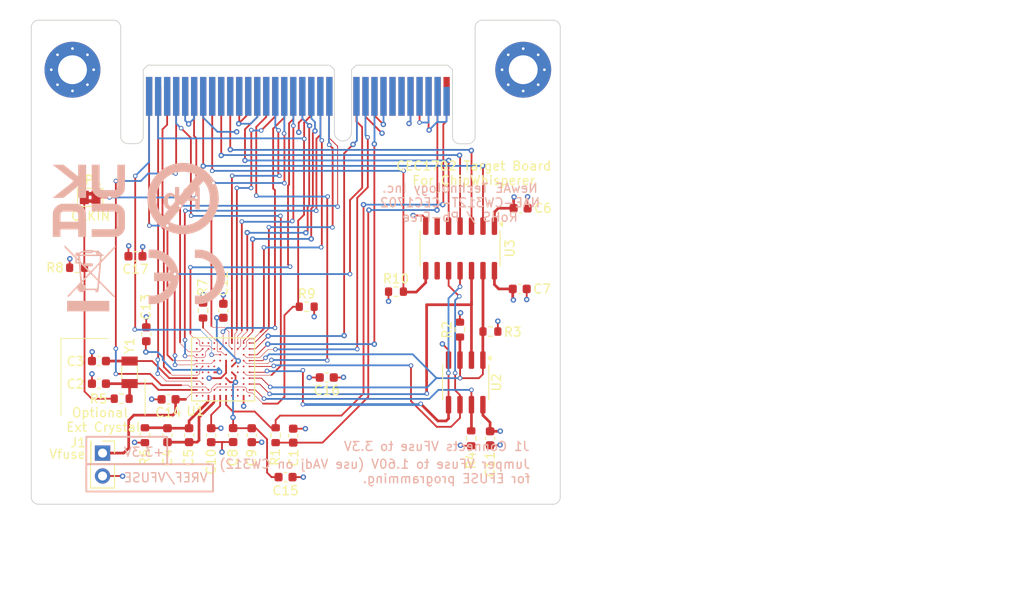
<source format=kicad_pcb>
(kicad_pcb (version 20240108) (generator "pcbnew") (generator_version "8.0")
  (layers (0 "F.Cu" signal) (1 "In1.Cu" signal) (2 "In2.Cu" signal) (31 "B.Cu" signal) (34 "B.Paste" user) (35 "F.Paste" user) (36 "B.SilkS" user "B.Silkscreen") (37 "F.SilkS" user "F.Silkscreen") (38 "B.Mask" user) (39 "F.Mask" user) (44 "Edge.Cuts" user))
  (net 0 "")
  (net 1 "/Active_Circuitry/SHUNTH")
  (net 2 "GND")
  (net 3 "Net-(U1-XTAL2)")
  (net 4 "Net-(U1-XTAL1)")
  (net 5 "/Active_Circuitry/FLT_PLL")
  (net 6 "/Active_Circuitry/VTR_PLL")
  (net 7 "+3V3")
  (net 8 "Net-(U1-VREF_ADC)")
  (net 9 "/Active_Circuitry/J_TMS")
  (net 11 "/Active_Circuitry/PG9")
  (net 12 "/Active_Circuitry/LED2")
  (net 13 "RST")
  (net 15 "/Active_Circuitry/UART_RX")
  (net 16 "/CW312T_Connector/FILT_LP")
  (net 17 "/Active_Circuitry/PK9")
  (net 19 "/Active_Circuitry/PK10")
  (net 20 "/Active_Circuitry/PORT_SCK")
  (net 21 "/Active_Circuitry/J_TRST")
  (net 22 "/Active_Circuitry/PH10")
  (net 23 "/Active_Circuitry/PG10")
  (net 24 "/Active_Circuitry/PK8")
  (net 25 "/Active_Circuitry/PORT_SIO1")
  (net 26 "/Active_Circuitry/CLK_IN")
  (net 27 "/Active_Circuitry/LED1")
  (net 29 "/Active_Circuitry/PJ10")
  (net 30 "/Active_Circuitry/PJ8")
  (net 31 "/Active_Circuitry/PORT_OE")
  (net 33 "SHUNTL")
  (net 34 "/Active_Circuitry/J_TCK")
  (net 35 "/Active_Circuitry/PORT_CS")
  (net 36 "/Active_Circuitry/PG7")
  (net 38 "/Active_Circuitry/PH9")
  (net 40 "/Active_Circuitry/J_TDI")
  (net 42 "/Active_Circuitry/J_TDO")
  (net 43 "/Active_Circuitry/LED3")
  (net 46 "/Active_Circuitry/PJ9")
  (net 47 "/Active_Circuitry/PJ7")
  (net 50 "/Active_Circuitry/UART_TX")
  (net 51 "/Active_Circuitry/CLK_OUT")
  (net 53 "/Active_Circuitry/PORT_SIO0")
  (net 55 "/Active_Circuitry/FLASH_CS")
  (net 56 "/Active_Circuitry/FLASH_SIO3")
  (net 57 "Net-(JP1-Pad2)")
  (net 58 "Net-(U1-GPIO171{slash}TFDATA{slash}UART1_RX{slash}(JTAG_STRAP))")
  (net 60 "/Active_Circuitry/FLASH_SIO1")
  (net 96 "/Active_Circuitry/FLASH_SCK")
  (net 99 "/Active_Circuitry/FLASH_SIO0")
  (footprint "Capacitor_SMD:C_0603_1608Metric" (layer "F.Cu") (at 120.4 97.525 180)
    (property "Reference" "C17")
    (property "Value" "CAP_2u2_6.3V_0603")
  )
  (footprint "Resistor_SMD:R_0603_1608Metric" (layer "F.Cu") (at 135.949999 117.375 90)
    (property "Reference" "R1")
    (property "Value" "RES_10R_0603")
  )
  (footprint "Capacitor_SMD:C_0603_1608Metric" (layer "F.Cu") (at 137.05 122.025 180)
    (property "Reference" "C15")
    (property "Value" "CAP_2u2_6.3V_0603")
  )
  (footprint "Capacitor_SMD:C_0603_1608Metric" (layer "F.Cu") (at 116.349999 111.659996 180)
    (property "Reference" "C2")
    (property "Value" "CAP_10p_50V_0603")
  )
  (footprint "Resistor_SMD:R_0603_1608Metric" (layer "F.Cu") (at 159.775 105.875)
    (property "Reference" "R3")
    (property "Value" "RES_100k_0603")
  )
  (footprint "Resistor_SMD:R_0603_1608Metric" (layer "F.Cu") (at 118.875 113.325 180)
    (property "Reference" "R5")
    (property "Value" "RES_100R_0603")
  )
  (footprint "Capacitor_SMD:C_0603_1608Metric" (layer "F.Cu") (at 130.15 103.575 -90)
    (property "Reference" "C12")
    (property "Value" "CAP_100n_6.3V_0603")
  )
  (footprint "Resistor_SMD:R_0603_1608Metric" (layer "F.Cu") (at 157.64 117.7175 90)
    (property "Reference" "R4")
    (property "Value" "RES_100k_0603")
  )
  (footprint "Silkscrren_Symbols:CE-Logo_8.5x6mm_SilkScreen" (layer "F.Cu") (at 126.1 99.8)
    (property "Reference" "PCB1" (hide yes))
    (property "Value" "CE Symbol" (hide yes))
  )
  (footprint "Silkscrren_Symbols:UKCA-Logo_8x8mm_SilkScreen" (layer "F.Cu") (at 114.601963 91.374918)
    (property "Reference" "PCB3" (hide yes))
    (property "Value" "UKCA symbol" (hide yes))
  )
  (footprint "Resistor_SMD:R_0603_1608Metric" (layer "F.Cu") (at 156.389999 105.662499 90)
    (property "Reference" "R2")
    (property "Value" "RES_100k_0603")
  )
  (footprint "Capacitor_SMD:C_0603_1608Metric" (layer "F.Cu") (at 133.3 117.375 90)
    (property "Reference" "C9")
    (property "Value" "CAP_100n_6.3V_0603")
  )
  (footprint "Capacitor_SMD:C_0603_1608Metric" (layer "F.Cu") (at 131.235356 117.359643 90)
    (property "Reference" "C8")
    (property "Value" "CAP_100n_6.3V_0603")
  )
  (footprint "Package_SO:SOIC-14_3.9x8.7mm_P1.27mm" (layer "F.Cu") (at 156.41 96.654999 -90)
    (property "Reference" "U3")
    (property "Value" "TXB0104PWR")
  )
  (footprint "Capacitor_SMD:C_0603_1608Metric" (layer "F.Cu") (at 126.349998 117.375 90)
    (property "Reference" "C5")
    (property "Value" "CAP_100n_6.3V_0603")
  )
  (footprint "Capacitor_SMD:C_0603_1608Metric" (layer "F.Cu") (at 163.125 92.2 180)
    (property "Reference" "C6")
    (property "Value" "CAP_100n_6.3V_0603")
  )
  (footprint "Capacitor_SMD:C_0603_1608Metric" (layer "F.Cu") (at 163.025 101.15 180)
    (property "Reference" "C7")
    (property "Value" "CAP_100n_6.3V_0603")
  )
  (footprint "Resistor_SMD:R_0603_1608Metric" (layer "F.Cu") (at 113.925 98.8 180)
    (property "Reference" "R8")
    (property "Value" "RES_910k_0603")
  )
  (footprint "Silkscrren_Symbols:Pb_Free_8.0x8.0mm_SilkScreen" (layer "F.Cu") (at 124.95 91.125)
    (property "Reference" "PCB2" (hide yes))
    (property "Value" "Pb_Free Symbol" (hide yes))
  )
  (footprint "Resistor_SMD:R_0603_1608Metric" (layer "F.Cu") (at 139.4 103.125)
    (property "Reference" "R9")
    (property "Value" "RES_10k_0603")
  )
  (footprint "Capacitor_SMD:C_0603_1608Metric" (layer "F.Cu") (at 137.9 117.425 -90)
    (property "Reference" "C1")
    (property "Value" "CAP_470n_10V_0603")
  )
  (footprint "tutorial_2_library:CW312_Template" (layer "F.Cu") (at 113.415 76.835)
    (property "Reference" "P1" (hide yes))
    (property "Value" "PCIEx4 EDGE CONNECTOR")
    (fp_line (start -4.57 -4.69) (end -4.57 47.4) (stroke (width 0.1)) (layer "Edge.Cuts"))
    (fp_line (start 4.55 -5.49) (end -3.77 -5.49) (stroke (width 0.1)) (layer "Edge.Cuts"))
    (fp_line (start 5.35 7.4) (end 5.35 -4.69) (stroke (width 0.1)) (layer "Edge.Cuts"))
    (fp_line (start 7.05 8.2) (end 6.15 8.2) (stroke (width 0.1)) (layer "Edge.Cuts"))
    (fp_line (start 7.85 0) (end 8.35 -0.5) (stroke (width 0.1)) (layer "Edge.Cuts"))
    (fp_line (start 7.85 7.4) (end 7.85 0) (stroke (width 0.1)) (layer "Edge.Cuts"))
    (fp_line (start 28.55 -0.5) (end 8.35 -0.5) (stroke (width 0.1)) (layer "Edge.Cuts"))
    (fp_line (start 29.05 0) (end 28.55 -0.5) (stroke (width 0.1)) (layer "Edge.Cuts"))
    (fp_line (start 29.05 6.95) (end 29.05 0) (stroke (width 0.1)) (layer "Edge.Cuts"))
    (fp_line (start 30.95 0) (end 31.45 -0.5) (stroke (width 0.1)) (layer "Edge.Cuts"))
    (fp_line (start 30.95 6.95) (end 30.95 0) (stroke (width 0.1)) (layer "Edge.Cuts"))
    (fp_line (start 41.65 -0.5) (end 31.45 -0.5) (stroke (width 0.1)) (layer "Edge.Cuts"))
    (fp_line (start 42.15 0) (end 41.65 -0.5) (stroke (width 0.1)) (layer "Edge.Cuts"))
    (fp_line (start 42.15 7.41) (end 42.15 0) (stroke (width 0.1)) (layer "Edge.Cuts"))
    (fp_line (start 42.95 8.21) (end 43.86 8.21) (stroke (width 0.1)) (layer "Edge.Cuts"))
    (fp_line (start 44.66 7.41) (end 44.66 -4.69) (stroke (width 0.1)) (layer "Edge.Cuts"))
    (fp_line (start 45.46 -5.49) (end 53.31 -5.49) (stroke (width 0.1)) (layer "Edge.Cuts"))
    (fp_line (start 53.31 48.2) (end -3.77 48.2) (stroke (width 0.1)) (layer "Edge.Cuts"))
    (fp_line (start 54.11 -4.69) (end 54.11 47.4) (stroke (width 0.1)) (layer "Edge.Cuts"))
    (fp_arc (start -4.57 -4.69) (mid -4.335685 -5.255685) (end -3.77 -5.49) (stroke (width 0.1)) (layer "Edge.Cuts"))
    (fp_arc (start -3.77 48.2) (mid -4.335685 47.965685) (end -4.57 47.4) (stroke (width 0.1)) (layer "Edge.Cuts"))
    (fp_arc (start 4.55 -5.49) (mid 5.115685 -5.255685) (end 5.35 -4.69) (stroke (width 0.1)) (layer "Edge.Cuts"))
    (fp_arc (start 6.15 8.2) (mid 5.584315 7.965685) (end 5.35 7.4) (stroke (width 0.1)) (layer "Edge.Cuts"))
    (fp_arc (start 7.85 7.4) (mid 7.615685 7.965685) (end 7.05 8.2) (stroke (width 0.1)) (layer "Edge.Cuts"))
    (fp_arc (start 30.95 6.95) (mid 30 7.9) (end 29.05 6.95) (stroke (width 0.1)) (layer "Edge.Cuts"))
    (fp_arc (start 42.95 8.21) (mid 42.384315 7.975685) (end 42.15 7.41) (stroke (width 0.1)) (layer "Edge.Cuts"))
    (fp_arc (start 44.66 -4.69) (mid 44.894315 -5.255685) (end 45.46 -5.49) (stroke (width 0.1)) (layer "Edge.Cuts"))
    (fp_arc (start 44.66 7.41) (mid 44.425685 7.975685) (end 43.86 8.21) (stroke (width 0.1)) (layer "Edge.Cuts"))
    (fp_arc (start 53.31 -5.49) (mid 53.875685 -5.255685) (end 54.11 -4.69) (stroke (width 0.1)) (layer "Edge.Cuts"))
    (fp_arc (start 54.11 47.4) (mid 53.875685 47.965685) (end 53.31 48.2) (stroke (width 0.1)) (layer "Edge.Cuts"))
  )
  (footprint "Capacitor_SMD:C_0603_1608Metric" (layer "F.Cu") (at 116.349999 109.149996 180)
    (property "Reference" "C3")
    (property "Value" "CAP_10p_50V_0603")
  )
  (footprint "Resistor_SMD:R_0603_1608Metric" (layer "F.Cu") (at 121.45 117.374997 -90)
    (property "Reference" "R6")
    (property "Value" "RES_100R_0603")
  )
  (footprint "Capacitor_SMD:C_0603_1608Metric" (layer "F.Cu") (at 159.74 117.7175 90)
    (property "Reference" "C11")
    (property "Value" "CAP_100n_6.3V_0603")
  )
  (footprint "Capacitor_SMD:C_0603_1608Metric" (layer "F.Cu") (at 141.625 110.975 180)
    (property "Reference" "C16")
    (property "Value" "CAP_2u2_6.3V_0603")
  )
  (footprint "Connector_PinHeader_2.54mm:PinHeader_2x01_P2.54mm_Vertical" (layer "F.Cu") (at 116.75 119.36 -90)
    (property "Reference" "J1")
    (property "Value" "2Pin_Header_2.54")
  )
  (footprint "Resistor_SMD:R_0603_1608Metric" (layer "F.Cu") (at 149.3 101.45)
    (property "Reference" "R10")
    (property "Value" "RES_100k_0603")
  )
  (footprint "Crystal:Crystal_SMD_3215-2Pin_3.2x1.5mm" (layer "F.Cu") (at 119.749999 110.399998 90)
    (property "Reference" "Y1")
    (property "Value" "32.768kHz")
  )
  (footprint "Silkscrren_Symbols:WEEE-Logo_5.6x8mm_SilkScreen" (layer "F.Cu") (at 114.275 99.625)
    (property "Reference" "PCB4" (hide yes))
    (property "Value" "WEEE SYMBOL" (hide yes))
  )
  (footprint "Capacitor_SMD:C_0603_1608Metric" (layer "F.Cu") (at 121.6 106.175 -90)
    (property "Reference" "C13")
    (property "Value" "CAP_100n_6.3V_0603")
  )
  (footprint "Capacitor_SMD:C_0603_1608Metric" (layer "F.Cu") (at 124.075004 113.400001)
    (property "Reference" "C14")
    (property "Value" "CAP_100n_50V_0603")
  )
  (footprint "Capacitor_SMD:C_0603_1608Metric" (layer "F.Cu") (at 128.800001 117.375001 90)
    (property "Reference" "C10")
    (property "Value" "CAP_100n_6.3V_0603")
  )
  (footprint "Jumper:SolderJumper-2_P1.3mm_Bridged2Bar_Pad1.0x1.5mm" (layer "F.Cu") (at 115.375001 91 180)
    (property "Reference" "JP1")
    (property "Value" "~")
  )
  (footprint "Package_SO:SOIC-8_3.9x4.9mm_P1.27mm" (layer "F.Cu") (at 157.035 111.5175 -90)
    (property "Reference" "U2")
    (property "Value" "SST26VF016B-104I/SN")
  )
  (footprint "tutorial_2_library:BGA84C65P10X10_700X700X80" (layer "F.Cu") (at 130.125 110.075 90)
    (property "Reference" "U1")
    (property "Value" "CEC1702")
  )
  (footprint "Capacitor_SMD:C_0603_1608Metric" (layer "F.Cu") (at 123.949997 117.375 90)
    (property "Reference" "C4")
    (property "Value" "CAP_470n_10V_0603")
  )
  (footprint "Resistor_SMD:R_0603_1608Metric" (layer "F.Cu") (at 127.9 103.55 90)
    (property "Reference" "R7")
    (property "Value" "RES_10k_0603")
  )
  (gr_rect (start 114.95 120.6) (end 129 123.625) (stroke (width 0.2)) (fill none) (layer "B.SilkS"))
  (gr_rect (start 114.95 117.55) (end 123.925 120.575) (stroke (width 0.2)) (fill none) (layer "B.SilkS"))
  (gr_line (start 117.375 106.65) (end 112.125 106.65) (stroke (width 0.1)) (layer "F.SilkS"))
  (gr_line (start 121.475 111.175) (end 121.475 115.15) (stroke (width 0.1)) (layer "F.SilkS"))
  (gr_line (start 112.125 106.65) (end 112.125 115.25) (stroke (width 0.1)) (layer "F.SilkS"))
  (gr_text "+3.3V" (at 123.7 119.825 0) (layer "B.SilkS") (effects (font (size 1 1)) (justify left bottom mirror)))
  (gr_text "J1 Connects VFuse to 3.3V" (at 164.2 119.2 0) (layer "B.SilkS") (effects (font (size 1 1)) (justify left bottom mirror)))
  (gr_text "Jumper VFuse to 1.60V (use VAdj on CW312)\nfor EFUSE programming." (at 164.275 122.775 0) (layer "B.SilkS") (effects (font (size 1 1)) (justify left bottom mirror)))
  (gr_text "NewAE Technology Inc.\nNAE-CW312T-CEC1702\nRoHS / Pb-Free" (at 156.4 93.775 0) (layer "B.SilkS") (effects (font (size 1 1)) (justify bottom mirror)))
  (gr_text "VREF/VFUSE" (at 128.5 122.675 0) (layer "B.SilkS") (effects (font (size 1 1)) (justify left bottom mirror)))
  (gr_text "Optional \nExt Crystal" (at 116.85 117.075 0) (layer "F.SilkS") (effects (font (size 1 1)) (justify bottom)))
  (gr_text "Vfuse" (at 110.75 120.075 0) (layer "F.SilkS") (effects (font (size 1 1)) (justify left bottom)))
  (gr_text "CLKIN\n" (at 113.15 93.65 0) (layer "F.SilkS") (effects (font (size 1 1)) (justify left bottom)))
  (gr_text "CEC1702 Target Board\nFor ChipWhisperer" (at 157.925 89.7 0) (layer "F.SilkS") (effects (font (size 1 1)) (justify bottom)))
  (segment (start 153.85 92.4) (end 153.89 92.36) (width 0.2) (layer "F.Cu") (net 1))
  (segment (start 153.89 92.36) (end 153.89 79.81) (width 0.2) (layer "F.Cu") (net 1))
  (segment (start 141.15 118.2) (end 137.9 118.2) (width 0.2) (layer "F.Cu") (net 1))
  (segment (start 146.3 92.4) (end 146.225 92.475) (width 0.2) (layer "F.Cu") (net 1))
  (segment (start 146.225 113.125) (end 141.15 118.2) (width 0.2) (layer "F.Cu") (net 1))
  (segment (start 146.225 92.475) (end 146.225 113.125) (width 0.2) (layer "F.Cu") (net 1))
  (segment (start 153.89 79.81) (end 153.915 79.785) (width 0.2) (layer "F.Cu") (net 1))
  (segment (start 137.899999 118.200001) (end 136.025001 118.2) (width 0.2) (layer "F.Cu") (net 1))
  (via (at 146.3 92.4) (size 0.6) (drill 0.3) (layers "F.Cu" "B.Cu") (net 1))
  (via (at 153.85 92.4) (size 0.6) (drill 0.3) (layers "F.Cu" "B.Cu") (net 1))
  (segment (start 153.85 92.4) (end 146.3 92.4) (width 0.2) (layer "B.Cu") (net 1))
  (segment (start 115.574999 109.149996) (end 115.574999 108.150001) (width 0.2) (layer "F.Cu") (net 2))
  (segment (start 132.915 81.744315) (end 131.85 82.809315) (width 0.2) (layer "F.Cu") (net 2))
  (segment (start 138.915 82.31) (end 138.515 82.71) (width 0.2) (layer "F.Cu") (net 2))
  (segment (start 127.9 102.725) (end 127.9 101.775) (width 0.2) (layer "F.Cu") (net 2))
  (segment (start 129.15 111.05) (end 129.875 111.05) (width 0.2) (layer "F.Cu") (net 2))
  (segment (start 131.85 82.809315) (end 131.85 82.825) (width 0.2) (layer "F.Cu") (net 2))
  (segment (start 121.175 97.525) (end 121.175 96.5) (width 0.2) (layer "F.Cu") (net 2))
  (segment (start 152.6 93.35) (end 152.25 93) (width 0.2) (layer "F.Cu") (net 2))
  (segment (start 133.3 118.15) (end 134.4 118.15) (width 0.2) (layer "F.Cu") (net 2))
  (segment (start 137.825 122.025) (end 139.025 122.025) (width 0.2) (layer "F.Cu") (net 2))
  (segment (start 129.15 111.05) (end 128.575 111.05) (width 0.2) (layer "F.Cu") (net 2))
  (segment (start 154.45 107.25) (end 155.13 107.93) (width 0.2) (layer "F.Cu") (net 2))
  (segment (start 130.275 118.134643) (end 128.815359 118.134643) (width 0.2) (layer "F.Cu") (net 2))
  (segment (start 132.4 113) (end 132.4 114.15) (width 0.2) (layer "F.Cu") (net 2))
  (segment (start 163.8 101.15) (end 163.8 102.325) (width 0.2) (layer "F.Cu") (net 2))
  (segment (start 130 118.159643) (end 130.025 118.134643) (width 0.2) (layer "F.Cu") (net 2))
  (segment (start 113.1 97.825) (end 113.125 97.8) (width 0.2) (layer "F.Cu") (net 2))
  (segment (start 160.8075 118.4925) (end 160.85 118.45) (width 0.2) (layer "F.Cu") (net 2))
  (segment (start 128.815359 118.134643) (end 128.800001 118.150001) (width 0.2) (layer "F.Cu") (net 2))
  (segment (start 138.915 79.785) (end 138.915 82.31) (width 0.2) (layer "F.Cu") (net 2))
  (segment (start 143.45 110.975) (end 143.475 110.95) (width 0.2) (layer "F.Cu") (net 2))
  (segment (start 130.45 110.475) (end 130.45 109.75) (width 0.2) (layer "F.Cu") (net 2))
  (segment (start 147.9 82.9) (end 146.915 81.915) (width 0.2) (layer "F.Cu") (net 2))
  (segment (start 148.475 101.45) (end 148.475 102.525) (width 0.2) (layer "F.Cu") (net 2))
  (segment (start 130.45 109.75) (end 130.45 109.1) (width 0.2) (layer "F.Cu") (net 2))
  (segment (start 137.9 116.65) (end 139.25 116.65) (width 0.2) (layer "F.Cu") (net 2))
  (segment (start 115.574999 111.659996) (end 115.574999 110.575001) (width 0.2) (layer "F.Cu") (net 2))
  (segment (start 155.13 107.93) (end 155.13 109.0425) (width 0.2) (layer "F.Cu") (net 2))
  (segment (start 131.85 82.825) (end 131.915 82.76) (width 0.2) (layer "F.Cu") (net 2))
  (segment (start 142.4 110.975) (end 143.45 110.975) (width 0.2) (layer "F.Cu") (net 2))
  (segment (start 132.915 79.785) (end 132.915 81.744315) (width 0.2) (layer "F.Cu") (net 2))
  (segment (start 163.9 92.2) (end 163.9 90.925) (width 0.2) (layer "F.Cu") (net 2))
  (segment (start 152.25 93) (end 151.2 93) (width 0.2) (layer "F.Cu") (net 2))
  (segment (start 121.175 96.5) (end 121.2 96.475) (width 0.2) (layer "F.Cu") (net 2))
  (segment (start 146.915 81.915) (end 146.915 79.785) (width 0.2) (layer "F.Cu") (net 2))
  (segment (start 115.574999 110.575001) (end 115.575 110.575) (width 0.2) (layer "F.Cu") (net 2))
  (segment (start 121.6 105.4) (end 121.6 104.25) (width 0.2) (layer "F.Cu") (net 2))
  (segment (start 130.025 118.134643) (end 130.275 118.134643) (width 0.2) (layer "F.Cu") (net 2))
  (segment (start 122.225001 113.400001) (end 122.2 113.375) (width 0.2) (layer "F.Cu") (net 2))
  (segment (start 131.235356 118.134643) (end 130.275 118.134643) (width 0.2) (layer "F.Cu") (net 2))
  (segment (start 113.1 98.8) (end 113.1 97.825) (width 0.2) (layer "F.Cu") (net 2))
  (segment (start 152.915 83.465) (end 152.975 83.525) (width 0.2) (layer "F.Cu") (net 2))
  (segment (start 123.300004 113.400001) (end 122.225001 113.400001) (width 0.2) (layer "F.Cu") (net 2))
  (segment (start 130.15 102.8) (end 130.15 101.825) (width 0.2) (layer "F.Cu") (net 2))
  (segment (start 138.515 82.71) (end 138.515 83.775) (width 0.2) (layer "F.Cu") (net 2))
  (segment (start 131.915 82.76) (end 131.915 79.785) (width 0.2) (layer "F.Cu") (net 2))
  (segment (start 152.6 94.179999) (end 152.6 93.35) (width 0.2) (layer "F.Cu") (net 2))
  (segment (start 152.915 79.785) (end 152.915 83.465) (width 0.2) (layer "F.Cu") (net 2))
  (segment (start 115.574999 108.150001) (end 115.6 108.125) (width 0.2) (layer "F.Cu") (net 2))
  (segment (start 129.875 111.05) (end 129.8 111.05) (width 0.2) (layer "F.Cu") (net 2))
  (segment (start 129.875 111.05) (end 130.45 110.475) (width 0.2) (layer "F.Cu") (net 2))
  (segment (start 159.74 118.4925) (end 160.8075 118.4925) (width 0.2) (layer "F.Cu") (net 2))
  (segment (start 130 119.25) (end 130 118.159643) (width 0.2) (layer "F.Cu") (net 2))
  (via (at 138.515 83.775) (size 0.6) (drill 0.3) (layers "F.Cu" "B.Cu") (net 2))
  (via (at 126.3 82.85) (size 0.6) (drill 0.3) (layers "F.Cu" "B.Cu") (net 2))
  (via (at 121.6 104.25) (size 0.6) (drill 0.3) (layers "F.Cu" "B.Cu") (net 2))
  (via (at 163.8 102.325) (size 0.6) (drill 0.3) (layers "F.Cu" "B.Cu") (net 2))
  (via (at 148.475 102.525) (size 0.6) (drill 0.3) (layers "F.Cu" "B.Cu") (net 2))
  (via (at 128.575 111.05) (size 0.6) (drill 0.3) (layers "F.Cu" "B.Cu") (net 2))
  (via (at 122.2 113.375) (size 0.6) (drill 0.3) (layers "F.Cu" "B.Cu") (net 2))
  (via (at 134.4 118.15) (size 0.6) (drill 0.3) (layers "F.Cu" "B.Cu") (net 2))
  (via (at 163.9 90.925) (size 0.6) (drill 0.3) (layers "F.Cu" "B.Cu") (net 2))
  (via (at 152.975 83.525) (size 0.6) (drill 0.3) (layers "F.Cu" "B.Cu") (net 2))
  (via (at 130.15 101.825) (size 0.6) (drill 0.3) (layers "F.Cu" "B.Cu") (net 2))
  (via (at 151.2 93) (size 0.6) (drill 0.3) (layers "F.Cu" "B.Cu") (net 2))
  (via (at 160.85 118.45) (size 0.6) (drill 0.3) (layers "F.Cu" "B.Cu") (net 2))
  (via (at 139.025 122.025) (size 0.6) (drill 0.3) (layers "F.Cu" "B.Cu") (net 2))
  (via (at 121.2 96.475) (size 0.6) (drill 0.3) (layers "F.Cu" "B.Cu") (net 2))
  (via (at 127.9 101.775) (size 0.6) (drill 0.3) (layers "F.Cu" "B.Cu") (net 2))
  (via (at 154.45 107.25) (size 0.6) (drill 0.3) (layers "F.Cu" "B.Cu") (net 2))
  (via (at 131.85 82.825) (size 0.6) (drill 0.3) (layers "F.Cu" "B.Cu") (net 2))
  (via (at 143.475 110.95) (size 0.6) (drill 0.3) (layers "F.Cu" "B.Cu") (net 2))
  (via (at 115.575 110.575) (size 0.6) (drill 0.3) (layers "F.Cu" "B.Cu") (net 2))
  (via (at 139.25 116.65) (size 0.6) (drill 0.3) (layers "F.Cu" "B.Cu") (net 2))
  (via (at 113.125 97.8) (size 0.6) (drill 0.3) (layers "F.Cu" "B.Cu") (net 2))
  (via (at 147.9 82.9) (size 0.6) (drill 0.3) (layers "F.Cu" "B.Cu") (net 2))
  (via (at 130 119.25) (size 0.6) (drill 0.3) (layers "F.Cu" "B.Cu") (net 2))
  (via (at 115.6 108.125) (size 0.6) (drill 0.3) (layers "F.Cu" "B.Cu") (net 2))
  (via (at 132.4 114.15) (size 0.6) (drill 0.3) (layers "F.Cu" "B.Cu") (net 2))
  (segment (start 154.915 82.535) (end 154.8125 82.6375) (width 0.2) (layer "B.Cu") (net 2))
  (segment (start 153.915 82.585) (end 152.975 83.525) (width 0.2) (layer "B.Cu") (net 2))
  (segment (start 126.915 82.235) (end 126.3 82.85) (width 0.2) (layer "B.Cu") (net 2))
  (segment (start 131.85 82.825) (end 133.175 82.825) (width 0.2) (layer "B.Cu") (net 2))
  (segment (start 153.915 79.785) (end 153.915 82.585) (width 0.2) (layer "B.Cu") (net 2))
  (segment (start 125.915 82.465) (end 125.915 79.785) (width 0.2) (layer "B.Cu") (net 2))
  (segment (start 154.8125 82.6375) (end 153.8625 82.6375) (width 0.2) (layer "B.Cu") (net 2))
  (segment (start 133.175 82.825) (end 133.915 82.085) (width 0.2) (layer "B.Cu") (net 2))
  (segment (start 147.915 82.885) (end 147.9 82.9) (width 0.2) (layer "B.Cu") (net 2))
  (segment (start 133.915 82.085) (end 133.915 79.785) (width 0.2) (layer "B.Cu") (net 2))
  (segment (start 126.3 82.85) (end 125.915 82.465) (width 0.2) (layer "B.Cu") (net 2))
  (segment (start 147.915 79.785) (end 147.915 82.885) (width 0.2) (layer "B.Cu") (net 2))
  (segment (start 154.915 80.335) (end 154.915 82.535) (width 0.2) (layer "B.Cu") (net 2))
  (segment (start 126.915 79.785) (end 126.915 82.235) (width 0.2) (layer "B.Cu") (net 2))
  (segment (start 119.7 113.325) (end 119.749999 113.275001) (width 0.3) (layer "F.Cu") (net 3))
  (segment (start 119.749999 113.275001) (end 119.749999 111.649997) (width 0.3) (layer "F.Cu") (net 3))
  (segment (start 119.74 111.659996) (end 119.749999 111.649997) (width 0.2) (layer "F.Cu") (net 3))
  (segment (start 122.249997 111.649997) (end 122.95 112.35) (width 0.2) (layer "F.Cu") (net 3))
  (segment (start 119.749999 111.649997) (end 122.249997 111.649997) (width 0.2) (layer "F.Cu") (net 3))
  (segment (start 122.95 112.35) (end 127.2 112.35) (width 0.2) (layer "F.Cu") (net 3))
  (segment (start 117.124999 111.659996) (end 119.74 111.659996) (width 0.3) (layer "F.Cu") (net 3))
  (segment (start 117.124999 109.149996) (end 119.749996 109.149996) (width 0.3) (layer "F.Cu") (net 4))
  (segment (start 119.749996 109.149996) (end 119.749999 109.149999) (width 0.2) (layer "F.Cu") (net 4))
  (segment (start 124.15 111.05) (end 127.2 111.05) (width 0.2) (layer "F.Cu") (net 4))
  (segment (start 122.249999 109.149999) (end 124.15 111.05) (width 0.2) (layer "F.Cu") (net 4))
  (segment (start 119.749999 109.149999) (end 122.249999 109.149999) (width 0.2) (layer "F.Cu") (net 4))
  (segment (start 127.25 118.15) (end 127.45 117.95) (width 0.3) (layer "F.Cu") (net 5))
  (segment (start 126.349998 118.15) (end 127.25 118.15) (width 0.3) (layer "F.Cu") (net 5))
  (segment (start 129.05 113.8) (end 129.15 113.7) (width 0.2) (layer "F.Cu") (net 5))
  (segment (start 127.45 117.95) (end 127.45 115.4) (width 0.3) (layer "F.Cu") (net 5))
  (segment (start 127.45 115.4) (end 129.05 113.8) (width 0.3) (layer "F.Cu") (net 5))
  (segment (start 129.15 113.7) (end 129.15 113) (width 0.2) (layer "F.Cu") (net 5))
  (segment (start 123.949997 118.15) (end 126.349998 118.15) (width 0.3) (layer "F.Cu") (net 5))
  (segment (start 123.949997 116.6) (end 126.349998 116.6) (width 0.3) (layer "F.Cu") (net 6))
  (segment (start 121.45 116.549997) (end 123.899994 116.549997) (width 0.3) (layer "F.Cu") (net 6))
  (segment (start 126.349998 116.6) (end 126.349998 115.775002) (width 0.3) (layer "F.Cu") (net 6))
  (segment (start 128.5 113.625) (end 128.5 113) (width 0.2) (layer "F.Cu") (net 6))
  (segment (start 123.899994 116.549997) (end 123.949997 116.6) (width 0.2) (layer "F.Cu") (net 6))
  (segment (start 128.425 113.7) (end 128.5 113.625) (width 0.2) (layer "F.Cu") (net 6))
  (segment (start 126.349998 115.775002) (end 128.425 113.7) (width 0.3) (layer "F.Cu") (net 6))
  (segment (start 156.389999 103.87167) (end 156.461669 103.8) (width 0.2) (layer "F.Cu") (net 7))
  (segment (start 133.775 116.6) (end 135 117.825) (width 0.2) (layer "F.Cu") (net 7))
  (segment (start 145.915 79.785) (end 145.915 82.04) (width 0.2) (layer "F.Cu") (net 7))
  (segment (start 162.25 101.15) (end 162.25 102.3) (width 0.3) (layer "F.Cu") (net 7))
  (segment (start 131.235356 115.410356) (end 131.225 115.4) (width 0.2) (layer "F.Cu") (net 7))
  (segment (start 160.8575 116.9425) (end 160.875 116.925) (width 0.3) (layer "F.Cu") (net 7))
  (segment (start 135.5 122.025) (end 136.275 122.025) (width 0.2) (layer "F.Cu") (net 7))
  (segment (start 131.5 111.496862) (end 131.5 110.8) (width 0.2) (layer "F.Cu") (net 7))
  (segment (start 150.915 79.785) (end 150.915 82.635) (width 0.2) (layer "F.Cu") (net 7))
  (segment (start 150.915 82.635) (end 150.75 82.8) (width 0.2) (layer "F.Cu") (net 7))
  (segment (start 131.496862 111.5) (end 130.9 111.5) (width 0.2) (layer "F.Cu") (net 7))
  (segment (start 121.45 118.199997) (end 120.324997 118.199997) (width 0.2) (layer "F.Cu") (net 7))
  (segment (start 121.55 107) (end 121.6 106.95) (width 0.2) (layer "F.Cu") (net 7))
  (segment (start 160.6 105.875) (end 160.6 104.725) (width 0.2) (layer "F.Cu") (net 7))
  (segment (start 159.74 116.9425) (end 160.8575 116.9425) (width 0.3) (layer "F.Cu") (net 7))
  (segment (start 158.94 113.9925) (end 158.94 115.1675) (width 0.3) (layer "F.Cu") (net 7))
  (segment (start 128.800001 115.124999) (end 128.800001 116.600001) (width 0.2) (layer "F.Cu") (net 7))
  (segment (start 156.4925 118.5425) (end 156.45 118.5) (width 0.2) (layer "F.Cu") (net 7))
  (segment (start 119.625 96.4) (end 119.65 96.375) (width 0.2) (layer "F.Cu") (net 7))
  (segment (start 135 117.825) (end 135 121.525) (width 0.2) (layer "F.Cu") (net 7))
  (segment (start 160.3 92.55) (end 160.65 92.2) (width 0.3) (layer "F.Cu") (net 7))
  (segment (start 131.235356 116.584643) (end 131.235356 115.410356) (width 0.2) (layer "F.Cu") (net 7))
  (segment (start 131.496862 111.5) (end 131.5 111.496862) (width 0.2) (layer "F.Cu") (net 7))
  (segment (start 119.625 97.525) (end 119.625 96.4) (width 0.2) (layer "F.Cu") (net 7))
  (segment (start 162.25 102.3) (end 162.325 102.375) (width 0.3) (layer "F.Cu") (net 7))
  (segment (start 159.74 115.9675) (end 159.74 116.9425) (width 0.3) (layer "F.Cu") (net 7))
  (segment (start 160.22 100.67) (end 160.7 101.15) (width 0.3) (layer "F.Cu") (net 7))
  (segment (start 121.55 108.15) (end 121.55 107) (width 0.2) (layer "F.Cu") (net 7))
  (segment (start 131.5 110.8) (end 131.1 110.4) (width 0.2) (layer "F.Cu") (net 7))
  (segment (start 135 121.525) (end 135.5 122.025) (width 0.2) (layer "F.Cu") (net 7))
  (segment (start 133.3 116.6) (end 131.250713 116.6) (width 0.2) (layer "F.Cu") (net 7))
  (segment (start 131.709011 109.140989) (end 131.1 109.75) (width 0.2) (layer "F.Cu") (net 7))
  (segment (start 133.3 116.6) (end 133.775 116.6) (width 0.2) (layer "F.Cu") (net 7))
  (segment (start 118.95 121.9) (end 118.975 121.925) (width 0.2) (layer "F.Cu") (net 7))
  (segment (start 129.15 110.4) (end 129.67647 110.4) (width 0.2) (layer "F.Cu") (net 7))
  (segment (start 129.67647 110.4) (end 129.725735 110.350735) (width 0.2) (layer "F.Cu") (net 7))
  (segment (start 140.225 103.125) (end 140.225 104.225) (width 0.2) (layer "F.Cu") (net 7))
  (segment (start 116.75 121.9) (end 118.95 121.9) (width 0.2) (layer "F.Cu") (net 7))
  (segment (start 129.8 113) (end 129.8 114.125) (width 0.2) (layer "F.Cu") (net 7))
  (segment (start 160.65 92.2) (end 162.35 92.2) (width 0.3) (layer "F.Cu") (net 7))
  (segment (start 157.64 118.5425) (end 156.4925 118.5425) (width 0.2) (layer "F.Cu") (net 7))
  (segment (start 156.389999 104.837499) (end 156.389999 103.87167) (width 0.2) (layer "F.Cu") (net 7))
  (segment (start 129.8 114.125) (end 128.800001 115.124999) (width 0.2) (layer "F.Cu") (net 7))
  (segment (start 130.15 104.35) (end 129.425 104.35) (width 0.2) (layer "F.Cu") (net 7))
  (segment (start 140.85 110.975) (end 139.675 110.975) (width 0.2) (layer "F.Cu") (net 7))
  (segment (start 128.800001 116.600001) (end 129.874999 116.600001) (width 0.2) (layer "F.Cu") (net 7))
  (segment (start 160.7 101.15) (end 162.25 101.15) (width 0.3) (layer "F.Cu") (net 7))
  (segment (start 162.35 92.2) (end 162.35 91) (width 0.3) (layer "F.Cu") (net 7))
  (segment (start 145.915 82.04) (end 147.75 83.875) (width 0.2) (layer "F.Cu") (net 7))
  (segment (start 131.801402 109.140989) (end 131.709011 109.140989) (width 0.2) (layer "F.Cu") (net 7))
  (segment (start 129.874999 116.600001) (end 129.875 116.6) (width 0.2) (layer "F.Cu") (net 7))
  (segment (start 130.9 111.5) (end 130.45 111.05) (width 0.2) (layer "F.Cu") (net 7))
  (segment (start 120.324997 118.199997) (end 120.3 118.175) (width 0.2) (layer "F.Cu") (net 7))
  (segment (start 160.22 94.179999) (end 160.22 92.63) (width 0.3) (layer "F.Cu") (net 7))
  (segment (start 160.22 92.63) (end 160.3 92.55) (width 0.3) (layer "F.Cu") (net 7))
  (segment (start 131.250713 116.6) (end 131.235356 116.584643) (width 0.2) (layer "F.Cu") (net 7))
  (segment (start 158.94 115.1675) (end 159.74 115.9675) (width 0.3) (layer "F.Cu") (net 7))
  (segment (start 162.35 91) (end 162.4 90.95) (width 0.3) (layer "F.Cu") (net 7))
  (segment (start 160.22 99.129999) (end 160.22 100.67) (width 0.3) (layer "F.Cu") (net 7))
  (via (at 162.325 102.375) (size 0.6) (drill 0.3) (layers "F.Cu" "B.Cu") (net 7))
  (via (at 129.725735 110.350735) (size 0.6) (drill 0.3) (layers "F.Cu" "B.Cu") (net 7))
  (via (at 119.65 96.375) (size 0.6) (drill 0.3) (layers "F.Cu" "B.Cu") (net 7))
  (via (at 121.55 108.15) (size 0.6) (drill 0.3) (layers "F.Cu" "B.Cu") (net 7))
  (via (at 139.675 110.975) (size 0.6) (drill 0.3) (layers "F.Cu" "B.Cu") (net 7))
  (via (at 129.425 104.35) (size 0.6) (drill 0.3) (layers "F.Cu" "B.Cu") (net 7))
  (via (at 156.461669 103.8) (size 0.6) (drill 0.3) (layers "F.Cu" "B.Cu") (net 7))
  (via (at 118.975 121.925) (size 0.6) (drill 0.3) (layers "F.Cu" "B.Cu") (net 7))
  (via (at 131.801402 109.140989) (size 0.6) (drill 0.3) (layers "F.Cu" "B.Cu") (net 7))
  (via (at 162.4 90.95) (size 0.6) (drill 0.3) (layers "F.Cu" "B.Cu") (net 7))
  (via (at 131.225 115.4) (size 0.6) (drill 0.3) (layers "F.Cu" "B.Cu") (net 7))
  (via (at 120.3 118.175) (size 0.6) (drill 0.3) (layers "F.Cu" "B.Cu") (net 7))
  (via (at 160.6 104.725) (size 0.6) (drill 0.3) (layers "F.Cu" "B.Cu") (net 7))
  (via (at 140.225 104.225) (size 0.6) (drill 0.3) (layers "F.Cu" "B.Cu") (net 7))
  (via (at 131.625 83.725) (size 0.6) (drill 0.3) (layers "F.Cu" "B.Cu") (net 7))
  (via (at 156.45 118.5) (size 0.6) (drill 0.3) (layers "F.Cu" "B.Cu") (net 7))
  (via (at 160.875 116.925) (size 0.6) (drill 0.3) (layers "F.Cu" "B.Cu") (net 7))
  (via (at 131.496862 111.5) (size 0.6) (drill 0.3) (layers "F.Cu" "B.Cu") (net 7))
  (via (at 147.75 83.875) (size 0.6) (drill 0.3) (layers "F.Cu" "B.Cu") (net 7))
  (via (at 129.875 116.6) (size 0.6) (drill 0.3) (layers "F.Cu" "B.Cu") (net 7))
  (via (at 150.75 82.8) (size 0.6) (drill 0.3) (layers "F.Cu" "B.Cu") (net 7))
  (segment (start 129.425 106.764587) (end 131.801402 109.140989) (width 0.2) (layer "B.Cu") (net 7))
  (segment (start 122.85 108.15) (end 121.55 108.15) (width 0.2) (layer "B.Cu") (net 7))
  (segment (start 123.429307 109.025) (end 123.429307 108.729307) (width 0.2) (layer "B.Cu") (net 7))
  (segment (start 127.915 82.135) (end 129.505 83.725) (width 0.2) (layer "B.Cu") (net 7))
  (segment (start 129.725735 110.350735) (end 129.725735 110.025735) (width 0.2) (layer "B.Cu") (net 7))
  (segment (start 129.725735 110.025735) (end 129.625 109.925) (width 0.2) (layer "B.Cu") (net 7))
  (segment (start 131.225 111.771862) (end 131.225 115.4) (width 0.2) (layer "B.Cu") (net 7))
  (segment (start 129.625 109.925) (end 129.425 110.125) (width 0.2) (layer "B.Cu") (net 7))
  (segment (start 129.425 110.125) (end 124.529307 110.125) (width 0.2) (layer "B.Cu") (net 7))
  (segment (start 131.496862 111.5) (end 131.225 111.771862) (width 0.2) (layer "B.Cu") (net 7))
  (segment (start 129.505 83.725) (end 131.625 83.725) (width 0.2) (layer "B.Cu") (net 7))
  (segment (start 129.425 104.35) (end 129.425 106.764587) (width 0.2) (layer "B.Cu") (net 7))
  (segment (start 150.915 82.635) (end 150.915 79.785) (width 0.2) (layer "B.Cu") (net 7))
  (segment (start 150.75 82.8) (end 150.915 82.635) (width 0.2) (layer "B.Cu") (net 7))
  (segment (start 127.915 79.785) (end 127.915 82.135) (width 0.2) (layer "B.Cu") (net 7))
  (segment (start 124.529307 110.125) (end 123.429307 109.025) (width 0.2) (layer "B.Cu") (net 7))
  (segment (start 123.429307 108.729307) (end 122.85 108.15) (width 0.2) (layer "B.Cu") (net 7))
  (segment (start 124.850004 114.849996) (end 124.55 115.15) (width 0.3) (layer "F.Cu") (net 8))
  (segment (start 120.225 115.15) (end 119.65 115.725) (width 0.3) (layer "F.Cu") (net 8))
  (segment (start 119.65 115.725) (end 119.65 118.8) (width 0.3) (layer "F.Cu") (net 8))
  (segment (start 125.949999 113.400001) (end 124.850004 113.400001) (width 0.3) (layer "F.Cu") (net 8))
  (segment (start 128.634619 112.675) (end 126.675 112.675) (width 0.05) (layer "F.Cu") (net 8))
  (segment (start 124.55 115.15) (end 120.225 115.15) (width 0.3) (layer "F.Cu") (net 8))
  (segment (start 119.09 119.36) (end 116.75 119.36) (width 0.3) (layer "F.Cu") (net 8))
  (segment (start 128.825 112.215379) (end 128.825 112.484619) (width 0.05) (layer "F.Cu") (net 8))
  (segment (start 126.675 112.675) (end 125.949999 113.400001) (width 0.05) (layer "F.Cu") (net 8))
  (segment (start 129.8 111.7) (end 129.340379 111.7) (width 0.05) (layer "F.Cu") (net 8))
  (segment (start 129.340379 111.7) (end 128.825 112.215379) (width 0.05) (layer "F.Cu") (net 8))
  (segment (start 119.65 118.8) (end 119.09 119.36) (width 0.3) (layer "F.Cu") (net 8))
  (segment (start 124.850004 113.400001) (end 124.850004 114.849996) (width 0.3) (layer "F.Cu") (net 8))
  (segment (start 128.825 112.484619) (end 128.634619 112.675) (width 0.05) (layer "F.Cu") (net 8))
  (segment (start 122.915 80.335) (end 122.915 108.965797) (width 0.2) (layer "F.Cu") (net 9))
  (segment (start 122.976409 110.551409) (end 123.8 111.375) (width 0.05) (layer "F.Cu") (net 9))
  (segment (start 122.915 108.965797) (end 122.879307 109.00149) (width 0.2) (layer "F.Cu") (net 9))
  (segment (start 123.8 111.375) (end 127.525001 111.375) (width 0.05) (layer "F.Cu") (net 9))
  (segment (start 127.525001 111.375) (end 127.850001 111.7) (width 0.05) (layer "F.Cu") (net 9))
  (segment (start 122.873591 110.551409) (end 122.976409 110.551409) (width 0.05) (layer "F.Cu") (net 9))
  (via (at 122.873591 110.551409) (size 0.5) (drill 0.3) (layers "F.Cu" "B.Cu") (net 9))
  (via (at 122.879307 109.00149) (size 0.5) (drill 0.3) (layers "F.Cu" "B.Cu") (net 9))
  (segment (start 122.879307 110.545693) (end 122.873591 110.551409) (width 0.2) (layer "B.Cu") (net 9))
  (segment (start 122.879307 109.00149) (end 122.879307 110.545693) (width 0.2) (layer "B.Cu") (net 9))
  (segment (start 130.298376 105.423376) (end 130.775 105.9) (width 0.05) (layer "F.Cu") (net 11))
  (segment (start 136.925 83.935) (end 136.925 89.425) (width 0.2) (layer "F.Cu") (net 11))
  (segment (start 128.825 89.625) (end 129.05 89.4) (width 0.2) (layer "F.Cu") (net 11))
  (segment (start 128.825 105.25) (end 128.998376 105.423376) (width 0.05) (layer "F.Cu") (net 11))
  (segment (start 136.89 83.9) (end 136.925 83.935) (width 0.2) (layer "F.Cu") (net 11))
  (segment (start 130.775 105.9) (end 130.775 107.475) (width 0.05) (layer "F.Cu") (net 11))
  (segment (start 128.825 105.25) (end 128.825 89.625) (width 0.2) (layer "F.Cu") (net 11))
  (segment (start 128.998376 105.423376) (end 130.298376 105.423376) (width 0.05) (layer "F.Cu") (net 11))
  (segment (start 130.775 107.475) (end 131.1 107.8) (width 0.05) (layer "F.Cu") (net 11))
  (via (at 136.925 89.425) (size 0.5) (drill 0.3) (layers "F.Cu" "B.Cu") (net 11))
  (via (at 136.89 83.9) (size 0.5) (drill 0.3) (layers "F.Cu" "B.Cu") (net 11))
  (via (at 129.05 89.4) (size 0.5) (drill 0.3) (layers "F.Cu" "B.Cu") (net 11))
  (segment (start 136.9 89.4) (end 129.05 89.4) (width 0.2) (layer "B.Cu") (net 11))
  (segment (start 136.89 83.9) (end 136.915 83.875) (width 0.2) (layer "B.Cu") (net 11))
  (segment (start 136.915 83.875) (end 136.915 79.785) (width 0.2) (layer "B.Cu") (net 11))
  (segment (start 136.925 89.425) (end 136.9 89.4) (width 0.2) (layer "B.Cu") (net 11))
  (segment (start 142.825 85.324446) (end 142.800554 85.3) (width 0.1) (layer "F.Cu") (net 12))
  (segment (start 142.800554 85.3) (end 142.796513 85.3) (width 0.1) (layer "F.Cu") (net 12))
  (segment (start 141.915 84.418487) (end 141.915 79.785) (width 0.1) (layer "F.Cu") (net 12))
  (segment (start 142.825 92.025) (end 142.825 85.324446) (width 0.1) (layer "F.Cu") (net 12))
  (segment (start 125.35 107.175) (end 126.3 108.125) (width 0.05) (layer "F.Cu") (net 12))
  (segment (start 126.3 108.125) (end 127.525 108.125) (width 0.05) (layer "F.Cu") (net 12))
  (segment (start 127.525 108.125) (end 127.85 107.8) (width 0.05) (layer "F.Cu") (net 12))
  (segment (start 125.35 107.05) (end 125.35 107.175) (width 0.05) (layer "F.Cu") (net 12))
  (segment (start 142.796513 85.3) (end 141.915 84.418487) (width 0.1) (layer "F.Cu") (net 12))
  (segment (start 125.35 107.05) (end 125.35 91.925) (width 0.2) (layer "F.Cu") (net 12))
  (via (at 142.825 92.025) (size 0.5) (drill 0.3) (layers "F.Cu" "B.Cu") (net 12))
  (via (at 125.35 91.925) (size 0.5) (drill 0.3) (layers "F.Cu" "B.Cu") (net 12))
  (segment (start 142.725 91.925) (end 125.35 91.925) (width 0.2) (layer "B.Cu") (net 12))
  (segment (start 142.825 92.025) (end 142.725 91.925) (width 0.2) (layer "B.Cu") (net 12))
  (segment (start 137.875 103.125) (end 138.575 103.125) (width 0.2) (layer "F.Cu") (net 13))
  (segment (start 139.125 84.5) (end 139.115 84.49) (width 0.2) (layer "F.Cu") (net 13))
  (segment (start 132.725 112.215381) (end 132.534619 112.025) (width 0.05) (layer "F.Cu") (net 13))
  (segment (start 134.55 113.875) (end 136.175 113.875) (width 0.2) (layer "F.Cu") (net 13))
  (segment (start 138.45 93.575) (end 138.45 103) (width 0.2) (layer "F.Cu") (net 13))
  (segment (start 132.534619 112.025) (end 129.475 112.025) (width 0.05) (layer "F.Cu") (net 13))
  (segment (start 132.915381 112.675) (end 132.725 112.484619) (width 0.05) (layer "F.Cu") (net 13))
  (segment (start 136.925 104.075) (end 137.875 103.125) (width 0.2) (layer "F.Cu") (net 13))
  (segment (start 136.175 113.875) (end 136.925 113.125) (width 0.2) (layer "F.Cu") (net 13))
  (segment (start 132.725 112.484619) (end 132.725 112.215381) (width 0.05) (layer "F.Cu") (net 13))
  (segment (start 133.35 112.675) (end 132.915381 112.675) (width 0.05) (layer "F.Cu") (net 13))
  (segment (start 129.475 112.025) (end 129.15 112.35) (width 0.05) (layer "F.Cu") (net 13))
  (segment (start 139.1 84.525) (end 139.1 92.925) (width 0.2) (layer "F.Cu") (net 13))
  (segment (start 139.125 84.5) (end 139.1 84.525) (width 0.2) (layer "F.Cu") (net 13))
  (segment (start 139.115 82.685) (end 139.915 81.885) (width 0.2) (layer "F.Cu") (net 13))
  (segment (start 138.45 103) (end 138.575 103.125) (width 0.2) (layer "F.Cu") (net 13))
  (segment (start 136.925 113.125) (end 136.925 104.075) (width 0.2) (layer "F.Cu") (net 13))
  (segment (start 139.115 84.49) (end 139.115 82.685) (width 0.2) (layer "F.Cu") (net 13))
  (segment (start 139.1 92.925) (end 138.45 93.575) (width 0.2) (layer "F.Cu") (net 13))
  (segment (start 139.915 81.885) (end 139.915 79.785) (width 0.2) (layer "F.Cu") (net 13))
  (segment (start 134.55 113.875) (end 133.35 112.675) (width 0.05) (layer "F.Cu") (net 13))
  (via (at 139.125 84.5) (size 0.5) (drill 0.3) (layers "F.Cu" "B.Cu") (net 13))
  (segment (start 122.915 84.45) (end 122.915 79.785) (width 0.2) (layer "B.Cu") (net 13))
  (segment (start 139.125 84.5) (end 139.075 84.45) (width 0.2) (layer "B.Cu") (net 13))
  (segment (start 139.075 84.45) (end 122.915 84.45) (width 0.2) (layer "B.Cu") (net 13))
  (segment (start 135.675 83.375) (end 136.915 82.135) (width 0.2) (layer "F.Cu") (net 15))
  (segment (start 135.675 90) (end 135.675 83.375) (width 0.2) (layer "F.Cu") (net 15))
  (segment (start 135.875 105.475) (end 135.875 90.2) (width 0.2) (layer "F.Cu") (net 15))
  (segment (start 136.915 82.135) (end 136.915 79.785) (width 0.2) (layer "F.Cu") (net 15))
  (segment (start 135.875 90.2) (end 135.675 90) (width 0.2) (layer "F.Cu") (net 15))
  (segment (start 129.8 107.8) (end 130.125 107.475) (width 0.05) (layer "F.Cu") (net 15))
  (segment (start 130.125 105.921752) (end 130.101624 105.898376) (width 0.05) (layer "F.Cu") (net 15))
  (segment (start 130.125 107.475) (end 130.125 105.921752) (width 0.05) (layer "F.Cu") (net 15))
  (via (at 135.875 105.475) (size 0.5) (drill 0.3) (layers "F.Cu" "B.Cu") (net 15))
  (via (at 130.101624 105.898376) (size 0.5) (drill 0.3) (layers "F.Cu" "B.Cu") (net 15))
  (segment (start 130.525 105.475) (end 135.875 105.475) (width 0.2) (layer "B.Cu") (net 15))
  (segment (start 130.101624 105.898376) (end 130.525 105.475) (width 0.2) (layer "B.Cu") (net 15))
  (segment (start 151.925 82.7) (end 151.915 82.69) (width 0.05) (layer "F.Cu") (net 16))
  (segment (start 151.915 79.785) (end 151.915 82.69) (width 0.2) (layer "F.Cu") (net 16))
  (via (at 151.915 82.69) (size 0.5) (drill 0.3) (layers "F.Cu" "B.Cu") (net 16))
  (segment (start 152.915 82.69) (end 152.915 79.785) (width 0.2) (layer "B.Cu") (net 16))
  (segment (start 151.915 82.69) (end 152.915 82.69) (width 0.2) (layer "B.Cu") (net 16))
  (segment (start 143.55 86.113223) (end 143.55 106.325) (width 0.2) (layer "F.Cu") (net 17))
  (segment (start 133.7 107.8) (end 133.05 107.8) (width 0.1) (layer "F.Cu") (net 17))
  (segment (start 135.125 106.375) (end 133.7 107.8) (width 0.1) (layer "F.Cu") (net 17))
  (segment (start 144.538223 85.125) (end 143.55 86.113223) (width 0.2) (layer "F.Cu") (net 17))
  (via (at 143.55 106.325) (size 0.6) (drill 0.3) (layers "F.Cu" "B.Cu") (net 17))
  (via (at 135.125 106.375) (size 0.6) (drill 0.3) (layers "F.Cu" "B.Cu") (net 17))
  (via (at 144.538223 85.125) (size 0.6) (drill 0.3) (layers "F.Cu" "B.Cu") (net 17))
  (segment (start 144.965 84.698223) (end 144.965 79.785) (width 0.2) (layer "B.Cu") (net 17))
  (segment (start 143.55 106.325) (end 143.4 106.325) (width 0.2) (layer "B.Cu") (net 17))
  (segment (start 143.4 106.325) (end 143.35 106.375) (width 0.2) (layer "B.Cu") (net 17))
  (segment (start 143.35 106.375) (end 135.125 106.375) (width 0.2) (layer "B.Cu") (net 17))
  (segment (start 144.538223 85.125) (end 144.965 84.698223) (width 0.2) (layer "B.Cu") (net 17))
  (segment (start 134.897182 105.825) (end 134.575 106.147182) (width 0.1) (layer "F.Cu") (net 19))
  (segment (start 134.9 105.825) (end 134.897182 105.825) (width 0.1) (layer "F.Cu") (net 19))
  (segment (start 133.575 107.15) (end 133.05 107.15) (width 0.1) (layer "F.Cu") (net 19))
  (segment (start 134.575 106.147182) (end 134.575 106.15) (width 0.1) (layer "F.Cu") (net 19))
  (segment (start 135.2 94.3) (end 135.2 105.525) (width 0.2) (layer "F.Cu") (net 19))
  (segment (start 134.575 106.15) (end 133.575 107.15) (width 0.1) (layer "F.Cu") (net 19))
  (segment (start 135.2 105.525) (end 134.9 105.825) (width 0.1) (layer "F.Cu") (net 19))
  (segment (start 142.25 94.325) (end 142.275 94.3) (width 0.2) (layer "F.Cu") (net 19))
  (segment (start 142.275 94.3) (end 142.275 85.55) (width 0.2) (layer "F.Cu") (net 19))
  (segment (start 142.275 85.55) (end 141.8875 85.1625) (width 0.2) (layer "F.Cu") (net 19))
  (via (at 141.8875 85.1625) (size 0.5) (drill 0.3) (layers "F.Cu" "B.Cu") (net 19))
  (via (at 135.2 94.3) (size 0.5) (drill 0.3) (layers "F.Cu" "B.Cu") (net 19))
  (via (at 142.25 94.325) (size 0.5) (drill 0.3) (layers "F.Cu" "B.Cu") (net 19))
  (segment (start 141.8875 85.1625) (end 141.865 85.14) (width 0.2) (layer "B.Cu") (net 19))
  (segment (start 141.865 85.14) (end 141.865 79.785) (width 0.2) (layer "B.Cu") (net 19))
  (segment (start 142.25 94.325) (end 142.225 94.3) (width 0.2) (layer "B.Cu") (net 19))
  (segment (start 142.225 94.3) (end 135.2 94.3) (width 0.2) (layer "B.Cu") (net 19))
  (segment (start 155.145383 86.9) (end 155.15 86.9) (width 0.3) (layer "F.Cu") (net 20))
  (segment (start 132.55 83.447182) (end 133.915 82.082182) (width 0.2) (layer "F.Cu") (net 20))
  (segment (start 133.915 82.082182) (end 133.915 79.785) (width 0.2) (layer "F.Cu") (net 20))
  (segment (start 132.55 86.9) (end 132.55 83.447182) (width 0.2) (layer "F.Cu") (net 20))
  (segment (start 155.14 94.179999) (end 155.14 86.905383) (width 0.2) (layer "F.Cu") (net 20))
  (segment (start 155.14 86.905383) (end 155.145383 86.9) (width 0.3) (layer "F.Cu") (net 20))
  (via (at 155.15 86.9) (size 0.6) (drill 0.3) (layers "F.Cu" "B.Cu") (net 20))
  (via (at 132.55 86.9) (size 0.6) (drill 0.3) (layers "F.Cu" "B.Cu") (net 20))
  (segment (start 155.15 86.9) (end 132.55 86.9) (width 0.2) (layer "B.Cu") (net 20))
  (segment (start 120.375 105.6) (end 120.325 105.65) (width 0.2) (layer "F.Cu") (net 21))
  (segment (start 120.375 88.625) (end 120.375 105.6) (width 0.2) (layer "F.Cu") (net 21))
  (segment (start 129.8 108.45) (end 128.85 108.45) (width 0.05) (layer "F.Cu") (net 21))
  (segment (start 128.75 108.45) (end 128.725 108.425) (width 0.05) (layer "F.Cu") (net 21))
  (segment (start 128.85 108.45) (end 128.75 108.45) (width 0.05) (layer "F.Cu") (net 21))
  (via (at 120.325 105.65) (size 0.5) (drill 0.3) (layers "F.Cu" "B.Cu") (net 21))
  (via (at 120.375 88.625) (size 0.5) (drill 0.3) (layers "F.Cu" "B.Cu") (net 21))
  (via (at 128.85 108.45) (size 0.5) (drill 0.3) (layers "F.Cu" "B.Cu") (net 21))
  (segment (start 120.35 105.675) (end 120.325 105.65) (width 0.05) (layer "B.Cu") (net 21))
  (segment (start 127.575 105.675) (end 120.35 105.675) (width 0.2) (layer "B.Cu") (net 21))
  (segment (start 128.85 106.95) (end 127.575 105.675) (width 0.05) (layer "B.Cu") (net 21))
  (segment (start 128.85 108.45) (end 128.85 106.95) (width 0.05) (layer "B.Cu") (net 21))
  (segment (start 121.915 87.085) (end 121.915 79.785) (width 0.2) (layer "B.Cu") (net 21))
  (segment (start 120.375 88.625) (end 121.915 87.085) (width 0.2) (layer "B.Cu") (net 21))
  (segment (start 131.75 106.375) (end 131.75 107.15) (width 0.05) (layer "F.Cu") (net 22))
  (segment (start 132.2 105.75) (end 132.2 93.675) (width 0.2) (layer "F.Cu") (net 22))
  (segment (start 137.915 93.50092) (end 137.8 93.61592) (width 0.2) (layer "F.Cu") (net 22))
  (segment (start 132.2 105.925) (end 131.75 106.375) (width 0.05) (layer "F.Cu") (net 22))
  (segment (start 137.915 83.05) (end 137.915 93.50092) (width 0.2) (layer "F.Cu") (net 22))
  (segment (start 132.2 105.75) (end 132.2 105.925) (width 0.05) (layer "F.Cu") (net 22))
  (via (at 137.8 93.61592) (size 0.5) (drill 0.3) (layers "F.Cu" "B.Cu") (net 22))
  (via (at 132.2 93.675) (size 0.5) (drill 0.3) (layers "F.Cu" "B.Cu") (net 22))
  (via (at 137.915 83.05) (size 0.5) (drill 0.3) (layers "F.Cu" "B.Cu") (net 22))
  (segment (start 137.71592 93.7) (end 132.225 93.7) (width 0.2) (layer "B.Cu") (net 22))
  (segment (start 132.225 93.7) (end 132.2 93.675) (width 0.3) (layer "B.Cu") (net 22))
  (segment (start 137.8 93.61592) (end 137.71592 93.7) (width 0.2) (layer "B.Cu") (net 22))
  (segment (start 137.915 83.05) (end 137.915 79.785) (width 0.2) (layer "B.Cu") (net 22))
  (segment (start 136.276409 83.551409) (end 136.25 83.577818) (width 0.2) (layer "F.Cu") (net 23))
  (segment (start 131.1 107.15) (end 131.1 88.625) (width 0.2) (layer "F.Cu") (net 23))
  (segment (start 136.25 88.475) (end 136.375 88.6) (width 0.2) (layer "F.Cu") (net 23))
  (segment (start 136.25 83.577818) (end 136.25 88.475) (width 0.2) (layer "F.Cu") (net 23))
  (segment (start 131.1 88.625) (end 131.125 88.6) (width 0.2) (layer "F.Cu") (net 23))
  (via (at 131.125 88.6) (size 0.5) (drill 0.3) (layers "F.Cu" "B.Cu") (net 23))
  (via (at 136.375 88.6) (size 0.5) (drill 0.3) (layers "F.Cu" "B.Cu") (net 23))
  (via (at 136.276409 83.551409) (size 0.5) (drill 0.3) (layers "F.Cu" "B.Cu") (net 23))
  (segment (start 131.125 88.6) (end 136.375 88.6) (width 0.2) (layer "B.Cu") (net 23))
  (segment (start 135.915 83.19) (end 135.915 79.785) (width 0.2) (layer "B.Cu") (net 23))
  (segment (start 136.276409 83.551409) (end 135.915 83.19) (width 0.2) (layer "B.Cu") (net 23))
  (segment (start 146.9 85.075) (end 146.9 107.275) (width 0.2) (layer "F.Cu") (net 24))
  (segment (start 135.078585 107.269945) (end 133.89853 108.45) (width 0.1) (layer "F.Cu") (net 24))
  (segment (start 133.89853 108.45) (end 133.05 108.45) (width 0.1) (layer "F.Cu") (net 24))
  (via (at 135.078585 107.269945) (size 0.6) (drill 0.3) (layers "F.Cu" "B.Cu") (net 24))
  (via (at 146.9 85.075) (size 0.6) (drill 0.3) (layers "F.Cu" "B.Cu") (net 24))
  (via (at 146.9 107.275) (size 0.6) (drill 0.3) (layers "F.Cu" "B.Cu") (net 24))
  (segment (start 145.919945 107.269945) (end 135.078585 107.269945) (width 0.2) (layer "B.Cu") (net 24))
  (segment (start 146.9 107.275) (end 145.925 107.275) (width 0.2) (layer "B.Cu") (net 24))
  (segment (start 146.9 85.075) (end 146.915 85.06) (width 0.2) (layer "B.Cu") (net 24))
  (segment (start 146.915 85.06) (end 146.915 79.785) (width 0.2) (layer "B.Cu") (net 24))
  (segment (start 145.925 107.275) (end 145.919945 107.269945) (width 0.2) (layer "B.Cu") (net 24))
  (segment (start 157.660702 85.795534) (end 157.68 85.814832) (width 0.2) (layer "F.Cu") (net 25))
  (segment (start 157.68 85.814832) (end 157.68 94.179999) (width 0.2) (layer "F.Cu") (net 25))
  (segment (start 130.925 85.692688) (end 130.915 85.682688) (width 0.2) (layer "F.Cu") (net 25))
  (segment (start 130.915 85.682688) (end 130.915 79.785) (width 0.2) (layer "F.Cu") (net 25))
  (via (at 130.925 85.692688) (size 0.6) (drill 0.3) (layers "F.Cu" "B.Cu") (net 25))
  (via (at 157.660702 85.795534) (size 0.6) (drill 0.3) (layers "F.Cu" "B.Cu") (net 25))
  (segment (start 130.957312 85.725) (end 130.925 85.692688) (width 0.2) (layer "B.Cu") (net 25))
  (segment (start 157.590168 85.725) (end 130.957312 85.725) (width 0.2) (layer "B.Cu") (net 25))
  (segment (start 157.660702 85.795534) (end 157.590168 85.725) (width 0.2) (layer "B.Cu") (net 25))
  (segment (start 127.15 84.431815) (end 126.9 84.181815) (width 0.2) (layer "F.Cu") (net 26))
  (segment (start 126.9 79.8) (end 126.915 79.785) (width 0.2) (layer "F.Cu") (net 26))
  (segment (start 117.525 91) (end 116.025 91) (width 0.2) (layer "F.Cu") (net 26))
  (segment (start 127.15 91.025) (end 127.15 84.431815) (width 0.2) (layer "F.Cu") (net 26))
  (segment (start 126.9 84.181815) (end 126.9 79.8) (width 0.2) (layer "F.Cu") (net 26))
  (via (at 127.15 91.025) (size 0.5) (drill 0.3) (layers "F.Cu" "B.Cu") (net 26))
  (via (at 117.525 91) (size 0.5) (drill 0.3) (layers "F.Cu" "B.Cu") (net 26))
  (segment (start 127.125 91) (end 117.525 91) (width 0.2) (layer "B.Cu") (net 26))
  (segment (start 127.15 91.025) (end 127.125 91) (width 0.05) (layer "B.Cu") (net 26))
  (segment (start 128.825 109.425) (end 129.15 109.1) (width 0.05) (layer "F.Cu") (net 27))
  (segment (start 127.06538 109.425) (end 128.825 109.425) (width 0.05) (layer "F.Cu") (net 27))
  (segment (start 145.55 83.2) (end 145.55 89.934314) (width 0.2) (layer "F.Cu") (net 27))
  (segment (start 124.784252 108.540748) (end 124.75 108.506496) (width 0.2) (layer "F.Cu") (net 27))
  (segment (start 124.78999 109.575) (end 126.91538 109.575) (width 0.05) (layer "F.Cu") (net 27))
  (segment (start 124.75 108.506496) (end 124.75 99.525) (width 0.2) (layer "F.Cu") (net 27))
  (segment (start 124.75 99.525) (end 124.775 99.5) (width 0.2) (layer "F.Cu") (net 27))
  (segment (start 144.915 82.565) (end 144.915 79.785) (width 0.2) (layer "F.Cu") (net 27))
  (segment (start 145.55 89.934314) (end 144.2 91.284314) (width 0.2) (layer "F.Cu") (net 27))
  (segment (start 126.91538 109.575) (end 127.06538 109.425) (width 0.05) (layer "F.Cu") (net 27))
  (segment (start 145.55 83.2) (end 144.915 82.565) (width 0.2) (layer "F.Cu") (net 27))
  (segment (start 144.2 91.284314) (end 144.2 99.5) (width 0.2) (layer "F.Cu") (net 27))
  (via (at 144.2 99.5) (size 0.5) (drill 0.3) (layers "F.Cu" "B.Cu") (net 27))
  (via (at 124.784252 108.540748) (size 0.5) (drill 0.3) (layers "F.Cu" "B.Cu") (net 27))
  (via (at 124.775 99.5) (size 0.5) (drill 0.3) (layers "F.Cu" "B.Cu") (net 27))
  (via (at 124.78999 109.575) (size 0.5) (drill 0.3) (layers "F.Cu" "B.Cu") (net 27))
  (segment (start 124.78999 109.575) (end 124.784252 109.569262) (width 0.2) (layer "B.Cu") (net 27))
  (segment (start 124.775 99.5) (end 144.2 99.5) (width 0.2) (layer "B.Cu") (net 27))
  (segment (start 124.784252 109.569262) (end 124.784252 108.540748) (width 0.2) (layer "B.Cu") (net 27))
  (segment (start 140.315 83.625) (end 140.075 83.865) (width 0.2) (layer "F.Cu") (net 29))
  (segment (start 140.075 92.072182) (end 139.9 92.247182) (width 0.2) (layer "F.Cu") (net 29))
  (segment (start 140.075 83.865) (end 140.075 92.072182) (width 0.2) (layer "F.Cu") (net 29))
  (segment (start 133.4 105.775) (end 133.4 95.625) (width 0.2) (layer "F.Cu") (net 29))
  (segment (start 133.375 105.931282) (end 132.4 106.906282) (width 0.1) (layer "F.Cu") (net 29))
  (segment (start 139.9 92.247182) (end 139.9 95.6) (width 0.2) (layer "F.Cu") (net 29))
  (segment (start 133.375 105.8) (end 133.375 105.931282) (width 0.1) (layer "F.Cu") (net 29))
  (segment (start 132.4 106.906282) (end 132.4 107.15) (width 0.1) (layer "F.Cu") (net 29))
  (via (at 139.9 95.6) (size 0.6) (drill 0.3) (layers "F.Cu" "B.Cu") (net 29))
  (via (at 140.315 83.625) (size 0.6) (drill 0.3) (layers "F.Cu" "B.Cu") (net 29))
  (via (at 133.4 95.625) (size 0.6) (drill 0.3) (layers "F.Cu" "B.Cu") (net 29))
  (segment (start 140.315 83.625) (end 140.315 82.64) (width 0.2) (layer "B.Cu") (net 29))
  (segment (start 133.425 95.6) (end 139.9 95.6) (width 0.2) (layer "B.Cu") (net 29))
  (segment (start 140.315 82.64) (end 139.915 82.24) (width 0.2) (layer "B.Cu") (net 29))
  (segment (start 133.4 95.625) (end 133.425 95.6) (width 0.2) (layer "B.Cu") (net 29))
  (segment (start 139.915 82.24) (end 139.915 79.785) (width 0.2) (layer "B.Cu") (net 29))
  (segment (start 132.724999 108.775) (end 134.178248 108.775) (width 0.05) (layer "F.Cu") (net 30))
  (segment (start 146.15 84.325) (end 146.175 84.35) (width 0.2) (layer "F.Cu") (net 30))
  (segment (start 135.949326 107.875) (end 135.925 107.850674) (width 0.05) (layer "F.Cu") (net 30))
  (segment (start 146.175 89.875) (end 145 91.05) (width 0.2) (layer "F.Cu") (net 30))
  (segment (start 146.175 84.35) (end 146.175 89.875) (width 0.2) (layer "F.Cu") (net 30))
  (segment (start 135.078248 107.875) (end 135.949326 107.875) (width 0.05) (layer "F.Cu") (net 30))
  (segment (start 145 91.05) (end 145 107.825) (width 0.2) (layer "F.Cu") (net 30))
  (segment (start 132.399999 108.45) (end 132.724999 108.775) (width 0.05) (layer "F.Cu") (net 30))
  (segment (start 134.178248 108.775) (end 135.078248 107.875) (width 0.05) (layer "F.Cu") (net 30))
  (via (at 146.15 84.325) (size 0.5) (drill 0.3) (layers "F.Cu" "B.Cu") (net 30))
  (via (at 135.925 107.850674) (size 0.5) (drill 0.3) (layers "F.Cu" "B.Cu") (net 30))
  (via (at 145 107.825) (size 0.5) (drill 0.3) (layers "F.Cu" "B.Cu") (net 30))
  (segment (start 145.915 84.09) (end 145.915 79.785) (width 0.2) (layer "B.Cu") (net 30))
  (segment (start 135.925 107.850674) (end 144.974326 107.850674) (width 0.2) (layer "B.Cu") (net 30))
  (segment (start 145.9 84.075) (end 146.15 84.325) (width 0.05) (layer "B.Cu") (net 30))
  (segment (start 146.15 84.325) (end 145.915 84.09) (width 0.2) (layer "B.Cu") (net 30))
  (segment (start 144.974326 107.850674) (end 145 107.825) (width 0.05) (layer "B.Cu") (net 30))
  (segment (start 150.175 101.5) (end 151.55 101.5) (width 0.3) (layer "F.Cu") (net 31))
  (segment (start 151.55 101.5) (end 152.6 100.45) (width 0.3) (layer "F.Cu") (net 31))
  (segment (start 150.125 88.075) (end 150.125 101.45) (width 0.2) (layer "F.Cu") (net 31))
  (segment (start 152.6 100.45) (end 152.6 99.129999) (width 0.3) (layer "F.Cu") (net 31))
  (segment (start 150.15 88.05) (end 150.125 88.075) (width 0.3) (layer "F.Cu") (net 31))
  (segment (start 128.915 79.785) (end 128.915 88.05) (width 0.2) (layer "F.Cu") (net 31))
  (via (at 128.915 88.05) (size 0.5) (drill 0.3) (layers "F.Cu" "B.Cu") (net 31))
  (via (at 150.15 88.05) (size 0.5) (drill 0.3) (layers "F.Cu" "B.Cu") (net 31))
  (segment (start 150.15 88.05) (end 128.915 88.05) (width 0.2) (layer "B.Cu") (net 31))
  (segment (start 145.7 91.8) (end 145.7 112.75) (width 0.2) (layer "F.Cu") (net 33))
  (segment (start 130.45 114) (end 131.2 114.75) (width 0.2) (layer "F.Cu") (net 33))
  (segment (start 154.55 82.9) (end 154.915 82.535) (width 0.2) (layer "F.Cu") (net 33))
  (segment (start 154.55 91.74) (end 154.55 82.9) (width 0.2) (layer "F.Cu") (net 33))
  (segment (start 135.425 116.55) (end 135.949999 116.55) (width 0.2) (layer "F.Cu") (net 33))
  (segment (start 154.915 82.535) (end 154.915 79.785) (width 0.2) (layer "F.Cu") (net 33))
  (segment (start 136.45 115.2) (end 135.949999 115.700001) (width 0.2) (layer "F.Cu") (net 33))
  (segment (start 145.7 112.75) (end 143.25 115.2) (width 0.2) (layer "F.Cu") (net 33))
  (segment (start 154.49 91.8) (end 154.55 91.74) (width 0.2) (layer "F.Cu") (net 33))
  (segment (start 133.625 114.75) (end 135.425 116.55) (width 0.2) (layer "F.Cu") (net 33))
  (segment (start 130.45 113) (end 130.45 114) (width 0.2) (layer "F.Cu") (net 33))
  (segment (start 143.25 115.2) (end 136.45 115.2) (width 0.2) (layer "F.Cu") (net 33))
  (segment (start 131.2 114.75) (end 133.625 114.75) (width 0.2) (layer "F.Cu") (net 33))
  (segment (start 135.949999 115.700001) (end 135.949999 116.55) (width 0.2) (layer "F.Cu") (net 33))
  (via (at 145.7 91.8) (size 0.6) (drill 0.3) (layers "F.Cu" "B.Cu") (net 33))
  (via (at 154.49 91.8) (size 0.6) (drill 0.3) (layers "F.Cu" "B.Cu") (net 33))
  (segment (start 145.7 91.8) (end 154.49 91.8) (width 0.2) (layer "B.Cu") (net 33))
  (segment (start 123.95 108.484314) (end 123.95 94.125) (width 0.2) (layer "F.Cu") (net 34))
  (segment (start 121.944265 94.125) (end 121.915 94.095735) (width 0.3) (layer "F.Cu") (net 34))
  (segment (start 121.915 94.095735) (end 121.915 79.785) (width 0.2) (layer "F.Cu") (net 34))
  (segment (start 124.532843 109.067157) (end 123.95 108.484314) (width 0.2) (layer "F.Cu") (net 34))
  (segment (start 124.565686 109.1) (end 127.2 109.1) (width 0.05) (layer "F.Cu") (net 34))
  (segment (start 124.532843 109.067157) (end 124.565686 109.1) (width 0.05) (layer "F.Cu") (net 34))
  (via (at 123.95 94.125) (size 0.5) (drill 0.3) (layers "F.Cu" "B.Cu") (net 34))
  (via (at 121.944265 94.125) (size 0.5) (drill 0.3) (layers "F.Cu" "B.Cu") (net 34))
  (segment (start 121.944265 94.125) (end 123.95 94.125) (width 0.2) (layer "B.Cu") (net 34))
  (segment (start 158.925 87.5) (end 158.925 87.575) (width 0.2) (layer "F.Cu") (net 35))
  (segment (start 158.95 87.6) (end 158.95 94.179999) (width 0.2) (layer "F.Cu") (net 35))
  (segment (start 127.915 87.525) (end 127.915 79.785) (width 0.2) (layer "F.Cu") (net 35))
  (segment (start 158.925 87.575) (end 158.95 87.6) (width 0.2) (layer "F.Cu") (net 35))
  (via (at 127.915 87.525) (size 0.6) (drill 0.3) (layers "F.Cu" "B.Cu") (net 35))
  (via (at 158.925 87.5) (size 0.6) (drill 0.3) (layers "F.Cu" "B.Cu") (net 35))
  (segment (start 127.94 87.5) (end 158.925 87.5) (width 0.2) (layer "B.Cu") (net 35))
  (segment (start 127.915 87.525) (end 127.94 87.5) (width 0.2) (layer "B.Cu") (net 35))
  (segment (start 133.25 83.525) (end 133.25 89.925) (width 0.2) (layer "F.Cu") (net 36))
  (segment (start 131.65 105.925) (end 131.425 106.15) (width 0.05) (layer "F.Cu") (net 36))
  (segment (start 135.915 82.01) (end 135.915 79.785) (width 0.2) (layer "F.Cu") (net 36))
  (segment (start 131.625 105.725) (end 131.65 105.75) (width 0.05) (layer "F.Cu") (net 36))
  (segment (start 134.35 83.575) (end 135.915 82.01) (width 0.2) (layer "F.Cu") (net 36))
  (segment (start 131.425 108.775) (end 131.1 109.1) (width 0.05) (layer "F.Cu") (net 36))
  (segment (start 131.65 105.7) (end 131.65 89.95) (width 0.2) (layer "F.Cu") (net 36))
  (segment (start 131.425 106.15) (end 131.425 108.775) (width 0.05) (layer "F.Cu") (net 36))
  (segment (start 131.65 105.75) (end 131.65 105.925) (width 0.05) (layer "F.Cu") (net 36))
  (segment (start 133.25 89.925) (end 133.225 89.95) (width 0.2) (layer "F.Cu") (net 36))
  (via (at 131.65 89.95) (size 0.5) (drill 0.3) (layers "F.Cu" "B.Cu") (net 36))
  (via (at 133.25 83.525) (size 0.5) (drill 0.3) (layers "F.Cu" "B.Cu") (net 36))
  (via (at 133.225 89.95) (size 0.5) (drill 0.3) (layers "F.Cu" "B.Cu") (net 36))
  (via (at 134.35 83.575) (size 0.5) (drill 0.3) (layers "F.Cu" "B.Cu") (net 36))
  (segment (start 131.65 89.95) (end 133.225 89.95) (width 0.2) (layer "B.Cu") (net 36))
  (segment (start 133.3 83.575) (end 134.35 83.575) (width 0.2) (layer "B.Cu") (net 36))
  (segment (start 133.25 83.525) (end 133.3 83.575) (width 0.2) (layer "B.Cu") (net 36))
  (segment (start 132.075 106.6) (end 132.075 107.475001) (width 0.05) (layer "F.Cu") (net 38))
  (segment (start 132.8 105.725) (end 132.8 94.9) (width 0.2) (layer "F.Cu") (net 38))
  (segment (start 132.075 107.475001) (end 131.75 107.800001) (width 0.05) (layer "F.Cu") (net 38))
  (segment (start 132.8 105.875) (end 132.075 106.6) (width 0.05) (layer "F.Cu") (net 38))
  (segment (start 139.5 92.081497) (end 139.5 94.725) (width 0.2) (layer "F.Cu") (net 38))
  (segment (start 132.8 105.725) (end 132.8 105.875) (width 0.05) (layer "F.Cu") (net 38))
  (segment (start 139.675 91.906497) (end 139.5 92.081497) (width 0.2) (layer "F.Cu") (net 38))
  (segment (start 139.675 83.09) (end 139.675 91.906497) (width 0.2) (layer "F.Cu") (net 38))
  (segment (start 139.715 83.05) (end 139.675 83.09) (width 0.2) (layer "F.Cu") (net 38))
  (segment (start 139.5 94.725) (end 139.3 94.925) (width 0.2) (layer "F.Cu") (net 38))
  (via (at 139.715 83.05) (size 0.6) (drill 0.3) (layers "F.Cu" "B.Cu") (net 38))
  (via (at 139.3 94.925) (size 0.6) (drill 0.3) (layers "F.Cu" "B.Cu") (net 38))
  (via (at 132.8 94.9) (size 0.6) (drill 0.3) (layers "F.Cu" "B.Cu") (net 38))
  (segment (start 132.825 94.925) (end 132.8 94.9) (width 0.2) (layer "B.Cu") (net 38))
  (segment (start 139.715 83.05) (end 138.915 82.25) (width 0.2) (layer "B.Cu") (net 38))
  (segment (start 138.915 82.25) (end 138.915 79.785) (width 0.2) (layer "B.Cu") (net 38))
  (segment (start 139.3 94.925) (end 132.825 94.925) (width 0.2) (layer "B.Cu") (net 38))
  (segment (start 123.275 111.825) (end 122.025 110.575) (width 0.2) (layer "F.Cu") (net 40))
  (segment (start 118.225 89.175) (end 118.225 107.775) (width 0.2) (layer "F.Cu") (net 40))
  (segment (start 126.45533 112.025) (end 128.175001 112.025) (width 0.05) (layer "F.Cu") (net 40))
  (segment (start 126.25533 111.825) (end 126.45533 112.025) (width 0.05) (layer "F.Cu") (net 40))
  (segment (start 124.915 88.285) (end 124.915 79.785) (width 0.2) (layer "F.Cu") (net 40))
  (segment (start 122.025 110.575) (end 118.225 110.575) (width 0.2) (layer "F.Cu") (net 40))
  (segment (start 124.85 88.35) (end 124.915 88.285) (width 0.2) (layer "F.Cu") (net 40))
  (segment (start 125.475 111.825) (end 123.275 111.825) (width 0.2) (layer "F.Cu") (net 40))
  (segment (start 125.475 111.825) (end 126.25533 111.825) (width 0.05) (layer "F.Cu") (net 40))
  (segment (start 128.175001 112.025) (end 128.5 112.349999) (width 0.05) (layer "F.Cu") (net 40))
  (via (at 118.225 89.175) (size 0.5) (drill 0.3) (layers "F.Cu" "B.Cu") (net 40))
  (via (at 118.225 107.775) (size 0.5) (drill 0.3) (layers "F.Cu" "B.Cu") (net 40))
  (via (at 124.85 88.35) (size 0.5) (drill 0.3) (layers "F.Cu" "B.Cu") (net 40))
  (via (at 118.225 110.575) (size 0.5) (drill 0.3) (layers "F.Cu" "B.Cu") (net 40))
  (segment (start 124.85 88.35) (end 121.815 88.35) (width 0.2) (layer "B.Cu") (net 40))
  (segment (start 121.815 88.35) (end 120.99 89.175) (width 0.2) (layer "B.Cu") (net 40))
  (segment (start 118.225 107.775) (end 118.225 110.575) (width 0.2) (layer "B.Cu") (net 40))
  (segment (start 120.99 89.175) (end 118.225 89.175) (width 0.2) (layer "B.Cu") (net 40))
  (segment (start 124.225 110.475) (end 124.475 110.725) (width 0.05) (layer "F.Cu") (net 42))
  (segment (start 123.4 94.352818) (end 123.4 83.45) (width 0.2) (layer "F.Cu") (net 42))
  (segment (start 127.525 110.075) (end 127.85 109.75) (width 0.05) (layer "F.Cu") (net 42))
  (segment (start 123.4 83.45) (end 123.915 82.935) (width 0.2) (layer "F.Cu") (net 42))
  (segment (start 123.55 109.8) (end 123.55 94.502818) (width 0.2) (layer "F.Cu") (net 42))
  (segment (start 127.33462 110.725) (end 127.525 110.53462) (width 0.05) (layer "F.Cu") (net 42))
  (segment (start 123.55 94.502818) (end 123.4 94.352818) (width 0.2) (layer "F.Cu") (net 42))
  (segment (start 124.475 110.725) (end 127.33462 110.725) (width 0.05) (layer "F.Cu") (net 42))
  (segment (start 127.525 110.53462) (end 127.525 110.075) (width 0.05) (layer "F.Cu") (net 42))
  (segment (start 124.225 110.475) (end 123.55 109.8) (width 0.2) (layer "F.Cu") (net 42))
  (segment (start 123.915 82.935) (end 123.915 79.785) (width 0.2) (layer "F.Cu") (net 42))
  (segment (start 140.45 92.475) (end 140.475 92.45) (width 0.2) (layer "F.Cu") (net 43))
  (segment (start 140.915 84.057182) (end 140.915 79.785) (width 0.2) (layer "F.Cu") (net 43))
  (segment (start 127.06538 108.775) (end 126.86538 108.575) (width 0.05) (layer "F.Cu") (net 43))
  (segment (start 128.175 108.125001) (end 128.175 108.584621) (width 0.05) (layer "F.Cu") (net 43))
  (segment (start 140.475 92.45) (end 140.475 84.497182) (width 0.2) (layer "F.Cu") (net 43))
  (segment (start 125.9 106.825) (end 125.875 106.8) (width 0.2) (layer "F.Cu") (net 43))
  (segment (start 128.5 107.800001) (end 128.175 108.125001) (width 0.05) (layer "F.Cu") (net 43))
  (segment (start 125.875 92.535422) (end 125.935422 92.475) (width 0.2) (layer "F.Cu") (net 43))
  (segment (start 127.984621 108.775) (end 127.06538 108.775) (width 0.05) (layer "F.Cu") (net 43))
  (segment (start 125.935422 92.475) (end 126 92.539578) (width 0.05) (layer "F.Cu") (net 43))
  (segment (start 140.475 84.497182) (end 140.915 84.057182) (width 0.2) (layer "F.Cu") (net 43))
  (segment (start 125.975 108.575) (end 125.925 108.625) (width 0.05) (layer "F.Cu") (net 43))
  (segment (start 128.175 108.584621) (end 127.984621 108.775) (width 0.05) (layer "F.Cu") (net 43))
  (segment (start 126.86538 108.575) (end 125.975 108.575) (width 0.05) (layer "F.Cu") (net 43))
  (segment (start 125.875 106.8) (end 125.875 92.535422) (width 0.2) (layer "F.Cu") (net 43))
  (via (at 140.45 92.475) (size 0.5) (drill 0.3) (layers "F.Cu" "B.Cu") (net 43))
  (via (at 125.9 106.825) (size 0.5) (drill 0.3) (layers "F.Cu" "B.Cu") (net 43))
  (via (at 125.935422 92.475) (size 0.5) (drill 0.3) (layers "F.Cu" "B.Cu") (net 43))
  (via (at 125.9 108.575) (size 0.5) (drill 0.3) (layers "F.Cu" "B.Cu") (net 43))
  (segment (start 125.935422 92.475) (end 140.45 92.475) (width 0.2) (layer "B.Cu") (net 43))
  (segment (start 125.9 108.575) (end 125.9 106.825) (width 0.2) (layer "B.Cu") (net 43))
  (segment (start 134.275 105.925) (end 134.65 105.55) (width 0.2) (layer "F.Cu") (net 46))
  (segment (start 132.725 106.97019) (end 132.99519 106.7) (width 0.05) (layer "F.Cu") (net 46))
  (segment (start 140.999997 96.525) (end 141.075 96.449997) (width 0.05) (layer "F.Cu") (net 46))
  (segment (start 133.5 106.7) (end 134.275 105.925) (width 0.05) (layer "F.Cu") (net 46))
  (segment (start 134.65 105.55) (end 134.65 96.55) (width 0.2) (layer "F.Cu") (net 46))
  (segment (start 132.725 107.475) (end 132.725 106.97019) (width 0.05) (layer "F.Cu") (net 46))
  (segment (start 132.99519 106.7) (end 133.5 106.7) (width 0.05) (layer "F.Cu") (net 46))
  (segment (start 132.4 107.8) (end 132.725 107.475) (width 0.05) (layer "F.Cu") (net 46))
  (segment (start 141.075 96.449997) (end 141.075 84.675) (width 0.2) (layer "F.Cu") (net 46))
  (via (at 140.999997 96.525) (size 0.5) (drill 0.3) (layers "F.Cu" "B.Cu") (net 46))
  (via (at 134.65 96.55) (size 0.5) (drill 0.3) (layers "F.Cu" "B.Cu") (net 46))
  (via (at 141.075 84.675) (size 0.5) (drill 0.3) (layers "F.Cu" "B.Cu") (net 46))
  (segment (start 140.915 84.515) (end 141.075 84.675) (width 0.2) (layer "B.Cu") (net 46))
  (segment (start 140.915 79.785) (end 140.915 84.515) (width 0.2) (layer "B.Cu") (net 46))
  (segment (start 140.974997 96.55) (end 134.65 96.55) (width 0.2) (layer "B.Cu") (net 46))
  (segment (start 140.999997 96.525) (end 140.974997 96.55) (width 0.05) (layer "B.Cu") (net 46))
  (segment (start 141.675 90.95) (end 141.675 109.075) (width 0.2) (layer "F.Cu") (net 47))
  (segment (start 132.725 109.425) (end 135.092818 109.425) (width 0.05) (layer "F.Cu") (net 47))
  (segment (start 134.9 79.8) (end 134.915 79.785) (width 0.05) (layer "F.Cu") (net 47))
  (segment (start 141.725 90.9) (end 141.675 90.95) (width 0.05) (layer "F.Cu") (net 47))
  (segment (start 135.092818 109.425) (end 135.485234 109.032584) (width 0.05) (layer "F.Cu") (net 47))
  (segment (start 133.8 90.8) (end 133.8 83.175) (width 0.2) (layer "F.Cu") (net 47))
  (segment (start 133.8 83.175) (end 134.9 82.075) (width 0.2) (layer "F.Cu") (net 47))
  (segment (start 132.4 109.1) (end 132.725 109.425) (width 0.05) (layer "F.Cu") (net 47))
  (segment (start 134.9 82.075) (end 134.9 79.8) (width 0.2) (layer "F.Cu") (net 47))
  (via (at 141.725 90.9) (size 0.5) (drill 0.3) (layers "F.Cu" "B.Cu") (net 47))
  (via (at 133.8 90.8) (size 0.5) (drill 0.3) (layers "F.Cu" "B.Cu") (net 47))
  (via (at 141.675 109.075) (size 0.5) (drill 0.3) (layers "F.Cu" "B.Cu") (net 47))
  (via (at 135.485234 109.032584) (size 0.5) (drill 0.3) (layers "F.Cu" "B.Cu") (net 47))
  (segment (start 135.485234 109.032584) (end 141.632584 109.032584) (width 0.2) (layer "B.Cu") (net 47))
  (segment (start 133.9 90.9) (end 141.725 90.9) (width 0.2) (layer "B.Cu") (net 47))
  (segment (start 141.632584 109.032584) (end 141.675 109.075) (width 0.05) (layer "B.Cu") (net 47))
  (segment (start 133.8 90.8) (end 133.9 90.9) (width 0.2) (layer "B.Cu") (net 47))
  (segment (start 127.625001 107.475001) (end 128.63462 107.475001) (width 0.05) (layer "F.Cu") (net 50))
  (segment (start 127.525 106.925) (end 127.525 107.375) (width 0.05) (layer "F.Cu") (net 50))
  (segment (start 137.55 98.675) (end 137.325 98.45) (width 0.2) (layer "F.Cu") (net 50))
  (segment (start 126.5 106.225) (end 126.8 106.525) (width 0.05) (layer "F.Cu") (net 50))
  (segment (start 127.125 106.525) (end 127.525 106.925) (width 0.05) (layer "F.Cu") (net 50))
  (segment (start 137.44 82.785) (end 137.915 82.31) (width 0.2) (layer "F.Cu") (net 50))
  (segment (start 137.44 89.575) (end 137.44 82.785) (width 0.2) (layer "F.Cu") (net 50))
  (segment (start 126.8 106.525) (end 127.125 106.525) (width 0.05) (layer "F.Cu") (net 50))
  (segment (start 127.525 107.375) (end 127.625001 107.475001) (width 0.05) (layer "F.Cu") (net 50))
  (segment (start 137.325 89.69) (end 137.44 89.575) (width 0.2) (layer "F.Cu") (net 50))
  (segment (start 126.5 106.075) (end 126.5 98.75) (width 0.2) (layer "F.Cu") (net 50))
  (segment (start 137.325 98.45) (end 137.325 89.69) (width 0.2) (layer "F.Cu") (net 50))
  (segment (start 128.959619 107.8) (end 129.15 107.8) (width 0.05) (layer "F.Cu") (net 50))
  (segment (start 126.5 106.075) (end 126.5 106.225) (width 0.05) (layer "F.Cu") (net 50))
  (segment (start 137.915 82.31) (end 137.915 79.785) (width 0.2) (layer "F.Cu") (net 50))
  (segment (start 128.63462 107.475001) (end 128.959619 107.8) (width 0.05) (layer "F.Cu") (net 50))
  (via (at 137.55 98.675) (size 0.5) (drill 0.3) (layers "F.Cu" "B.Cu") (net 50))
  (via (at 126.5 98.75) (size 0.5) (drill 0.3) (layers "F.Cu" "B.Cu") (net 50))
  (segment (start 126.5 98.75) (end 137.475 98.75) (width 0.2) (layer "B.Cu") (net 50))
  (segment (start 126.55 84.3975) (end 125.465 83.3125) (width 0.2) (layer "F.Cu") (net 51))
  (segment (start 132.725 110.725) (end 132.4 110.4) (width 0.05) (layer "F.Cu") (net 51))
  (segment (start 135.475 110.725) (end 132.725 110.725) (width 0.05) (layer "F.Cu") (net 51))
  (segment (start 126.55 93.000625) (end 126.55 84.3975) (width 0.2) (layer "F.Cu") (net 51))
  (segment (start 135.5 110.7) (end 135.475 110.725) (width 0.05) (layer "F.Cu") (net 51))
  (segment (start 126.574375 93.025) (end 126.55 93.000625) (width 0.2) (layer "F.Cu") (net 51))
  (segment (start 136.525 93.1) (end 136.475 93.05) (width 0.2) (layer "F.Cu") (net 51))
  (segment (start 136.525 109.675) (end 136.525 93.1) (width 0.2) (layer "F.Cu") (net 51))
  (segment (start 135.5 110.7) (end 136.525 109.675) (width 0.2) (layer "F.Cu") (net 51))
  (via (at 125.465 83.3125) (size 0.5) (drill 0.3) (layers "F.Cu" "B.Cu") (net 51))
  (via (at 126.574375 93.025) (size 0.5) (drill 0.3) (layers "F.Cu" "B.Cu") (net 51))
  (via (at 136.475 93.05) (size 0.5) (drill 0.3) (layers "F.Cu" "B.Cu") (net 51))
  (segment (start 124.915 82.79) (end 124.915 79.785) (width 0.2) (layer "B.Cu") (net 51))
  (segment (start 136.475 93.05) (end 126.599375 93.05) (width 0.2) (layer "B.Cu") (net 51))
  (segment (start 126.599375 93.05) (end 126.574375 93.025) (width 0.2) (layer "B.Cu") (net 51))
  (segment (start 125.465 83.3125) (end 125.4375 83.3125) (width 0.05) (layer "B.Cu") (net 51))
  (segment (start 126.574375 93.025) (end 126.625 92.974375) (width 0.2) (layer "B.Cu") (net 51))
  (segment (start 125.4375 83.3125) (end 124.915 82.79) (width 0.2) (layer "B.Cu") (net 51))
  (segment (start 156.35 86.325) (end 156.41 86.385) (width 0.2) (layer "F.Cu") (net 53))
  (segment (start 156.41 86.385) (end 156.41 94.179999) (width 0.2) (layer "F.Cu") (net 53))
  (segment (start 129.915 86.34) (end 129.915 79.785) (width 0.2) (layer "F.Cu") (net 53))
  (via (at 129.915 86.34) (size 0.6) (drill 0.3) (layers "F.Cu" "B.Cu") (net 53))
  (via (at 156.35 86.325) (size 0.6) (drill 0.3) (layers "F.Cu" "B.Cu") (net 53))
  (segment (start 156.35 86.325) (end 156.325 86.3) (width 0.2) (layer "B.Cu") (net 53))
  (segment (start 156.325 86.3) (end 129.955 86.3) (width 0.2) (layer "B.Cu") (net 53))
  (segment (start 129.955 86.3) (end 129.915 86.34) (width 0.2) (layer "B.Cu") (net 53))
  (segment (start 158.94 110.61) (end 158.94 109.0425) (width 0.2) (layer "F.Cu") (net 55))
  (segment (start 156.389999 106.487499) (end 156.389999 109.032499) (width 0.3) (layer "F.Cu") (net 55))
  (segment (start 158.934998 109.037498) (end 158.94 109.0425) (width 0.2) (layer "F.Cu") (net 55))
  (segment (start 134.525 109.1) (end 133.05 109.1) (width 0.1) (layer "F.Cu") (net 55))
  (segment (start 134.375 111.05) (end 133.05 111.05) (width 0.1) (layer "F.Cu") (net 55))
  (segment (start 156.399999 106.497499) (end 156.389999 106.487499) (width 0.2) (layer "F.Cu") (net 55))
  (segment (start 158.934998 105.890002) (end 158.934998 109.037498) (width 0.3) (layer "F.Cu") (net 55))
  (segment (start 135.35 112.025) (end 134.375 111.05) (width 0.1) (layer "F.Cu") (net 55))
  (segment (start 158.95 105.875) (end 158.95 99.129999) (width 0.3) (layer "F.Cu") (net 55))
  (segment (start 156.411669 111.05) (end 156.411669 109.054169) (width 0.2) (layer "F.Cu") (net 55))
  (segment (start 158.5 111.05) (end 158.94 110.61) (width 0.2) (layer "F.Cu") (net 55))
  (segment (start 158.95 105.875) (end 158.934998 105.890002) (width 0.3) (layer "F.Cu") (net 55))
  (segment (start 134.825 108.8) (end 134.525 109.1) (width 0.1) (layer "F.Cu") (net 55))
  (segment (start 156.389999 109.032499) (end 156.4 109.0425) (width 0.2) (layer "F.Cu") (net 55))
  (segment (start 156.411669 111.05) (end 158.5 111.05) (width 0.2) (layer "F.Cu") (net 55))
  (segment (start 156.411669 109.054169) (end 156.4 109.0425) (width 0.2) (layer "F.Cu") (net 55))
  (via (at 156.411669 111.05) (size 0.5) (drill 0.3) (layers "F.Cu" "B.Cu") (net 55))
  (via (at 134.825 108.8) (size 0.5) (drill 0.3) (layers "F.Cu" "B.Cu") (net 55))
  (via (at 135.35 112.025) (size 0.5) (drill 0.3) (layers "F.Cu" "B.Cu") (net 55))
  (segment (start 135.40001 112.07501) (end 152.74999 112.07501) (width 0.2) (layer "B.Cu") (net 55))
  (segment (start 156.411669 111.05) (end 153.8 111.05) (width 0.2) (layer "B.Cu") (net 55))
  (segment (start 134.825 108.8) (end 135.224326 108.400674) (width 0.2) (layer "B.Cu") (net 55))
  (segment (start 135.35 112.025) (end 135.40001 112.07501) (width 0.2) (layer "B.Cu") (net 55))
  (segment (start 151.150674 108.400674) (end 153.8 111.05) (width 0.2) (layer "B.Cu") (net 55))
  (segment (start 152.74999 112.07501) (end 153.8 111.025) (width 0.2) (layer "B.Cu") (net 55))
  (segment (start 153.8 111.025) (end 153.8 111.05) (width 0.2) (layer "B.Cu") (net 55))
  (segment (start 135.224326 108.400674) (end 151.150674 108.400674) (width 0.2) (layer "B.Cu") (net 55))
  (segment (start 157.725001 116.827501) (end 157.79 116.8925) (width 0.2) (layer "F.Cu") (net 56))
  (segment (start 157.67 112.35) (end 157.67 113.9925) (width 0.2) (layer "F.Cu") (net 56))
  (segment (start 157.67 116.7725) (end 157.79 116.8925) (width 0.05) (layer "F.Cu") (net 56))
  (segment (start 157.67 113.9925) (end 157.67 116.7725) (width 0.3) (layer "F.Cu") (net 56))
  (segment (start 134.660876 113.314124) (end 133.696752 112.35) (width 0.1) (layer "F.Cu") (net 56))
  (segment (start 133.696752 112.35) (end 133.05 112.35) (width 0.1) (layer "F.Cu") (net 56))
  (via (at 134.660876 113.314124) (size 0.5) (drill 0.3) (layers "F.Cu" "B.Cu") (net 56))
  (via (at 157.67 112.35) (size 0.5) (drill 0.3) (layers "F.Cu" "B.Cu") (net 56))
  (segment (start 134.696593 113.349841) (end 153.000159 113.349841) (width 0.2) (layer "B.Cu") (net 56))
  (segment (start 157.65 112.375) (end 157.625 112.35) (width 0.3) (layer "B.Cu") (net 56))
  (segment (start 153.000159 113.349841) (end 154 112.35) (width 0.2) (layer "B.Cu") (net 56))
  (segment (start 134.660876 113.314124) (end 134.696593 113.349841) (width 0.2) (layer "B.Cu") (net 56))
  (segment (start 154 112.35) (end 157.625 112.35) (width 0.2) (layer "B.Cu") (net 56))
  (segment (start 114.725002 98.775002) (end 114.75 98.8) (width 0.05) (layer "F.Cu") (net 57))
  (segment (start 114.75 98.8) (end 114.75 112.525) (width 0.2) (layer "F.Cu") (net 57))
  (segment (start 114.75 112.525) (end 115.55 113.325) (width 0.2) (layer "F.Cu") (net 57))
  (segment (start 118.05 113.325) (end 118.1 113.375) (width 0.05) (layer "F.Cu") (net 57))
  (segment (start 114.725002 91) (end 114.725002 98.775002) (width 0.2) (layer "F.Cu") (net 57))
  (segment (start 115.55 113.325) (end 118.05 113.325) (width 0.2) (layer "F.Cu") (net 57))
  (segment (start 129.475 108.05) (end 129.475 107.01538) (width 0.05) (layer "F.Cu") (net 58))
  (segment (start 129.95 108.125) (end 129.55 108.125) (width 0.05) (layer "F.Cu") (net 58))
  (segment (start 127.90962 105.45) (end 127.9 105.45) (width 0.05) (layer "F.Cu") (net 58))
  (segment (start 127.9 105.45) (end 127.9 104.375) (width 0.2) (layer "F.Cu") (net 58))
  (segment (start 129.475 107.01538) (end 127.90962 105.45) (width 0.05) (layer "F.Cu") (net 58))
  (segment (start 129.55 108.125) (end 129.475 108.05) (width 0.05) (layer "F.Cu") (net 58))
  (segment (start 130.275 108.45) (end 129.95 108.125) (width 0.05) (layer "F.Cu") (net 58))
  (segment (start 130.45 108.45) (end 130.275 108.45) (width 0.05) (layer "F.Cu") (net 58))
  (segment (start 152.7 102.9) (end 157.63 102.9) (width 0.3) (layer "F.Cu") (net 60))
  (segment (start 157.67 102.86) (end 157.67 109.0425) (width 0.3) (layer "F.Cu") (net 60))
  (segment (start 157.68 102.575) (end 157.68 102.85) (width 0.3) (layer "F.Cu") (net 60))
  (segment (start 157.57 108.4425) (end 157.67 108.5425) (width 0.3) (layer "F.Cu") (net 60))
  (segment (start 135.278616 112.799841) (end 134.178775 111.7) (width 0.1) (layer "F.Cu") (net 60))
  (segment (start 157.68 102.575) (end 157.68 99.129999) (width 0.3) (layer "F.Cu") (net 60))
  (segment (start 134.178775 111.7) (end 133.05 111.7) (width 0.1) (layer "F.Cu") (net 60))
  (segment (start 157.68 102.85) (end 157.67 102.86) (width 0.3) (layer "F.Cu") (net 60))
  (segment (start 157.63 102.9) (end 157.68 102.85) (width 0.3) (layer "F.Cu") (net 60))
  (segment (start 152.725 112.75) (end 152.7 112.725) (width 0.3) (layer "F.Cu") (net 60))
  (segment (start 152.7 112.725) (end 152.7 102.9) (width 0.3) (layer "F.Cu") (net 60))
  (via (at 152.725 112.75) (size 0.5) (drill 0.3) (layers "F.Cu" "B.Cu") (net 60))
  (via (at 135.278616 112.799841) (size 0.5) (drill 0.3) (layers "F.Cu" "B.Cu") (net 60))
  (segment (start 152.65 112.825) (end 152.725 112.75) (width 0.3) (layer "B.Cu") (net 60))
  (segment (start 135.278616 112.799841) (end 135.303775 112.825) (width 0.3) (layer "B.Cu") (net 60))
  (segment (start 135.303775 112.825) (end 152.65 112.825) (width 0.2) (layer "B.Cu") (net 60))
  (segment (start 155.415 116.4425) (end 156.4 115.4575) (width 0.2) (layer "F.Cu") (net 96))
  (segment (start 153.815 116.4425) (end 155.415 116.4425) (width 0.2) (layer "F.Cu") (net 96))
  (segment (start 155.14 99.129999) (end 155.14 100.79) (width 0.2) (layer "F.Cu") (net 96))
  (segment (start 135.672182 109.75) (end 133.05 109.75) (width 0.1) (layer "F.Cu") (net 96))
  (segment (start 155.14 100.79) (end 156.325 101.975) (width 0.2) (layer "F.Cu") (net 96))
  (segment (start 150.965 109.65) (end 150.965 113.5925) (width 0.2) (layer "F.Cu") (net 96))
  (segment (start 150.965 113.5925) (end 153.815 116.4425) (width 0.2) (layer "F.Cu") (net 96))
  (segment (start 135.736091 109.686091) (end 135.672182 109.75) (width 0.1) (layer "F.Cu") (net 96))
  (segment (start 156.4 115.4575) (end 156.4 113.9925) (width 0.2) (layer "F.Cu") (net 96))
  (segment (start 155.861669 112.386669) (end 156.4 112.925) (width 0.2) (layer "F.Cu") (net 96))
  (segment (start 156.4 112.925) (end 156.4 113.9925) (width 0.2) (layer "F.Cu") (net 96))
  (segment (start 155.861669 110.475) (end 155.861669 112.386669) (width 0.2) (layer "F.Cu") (net 96))
  (via (at 135.736091 109.686091) (size 0.5) (drill 0.3) (layers "F.Cu" "B.Cu") (net 96))
  (via (at 155.861669 110.475) (size 0.5) (drill 0.3) (layers "F.Cu" "B.Cu") (net 96))
  (via (at 150.965 109.65) (size 0.5) (drill 0.3) (layers "F.Cu" "B.Cu") (net 96))
  (via (at 156.325 101.975) (size 0.5) (drill 0.3) (layers "F.Cu" "B.Cu") (net 96))
  (segment (start 135.797182 109.625) (end 135.736091 109.686091) (width 0.2) (layer "B.Cu") (net 96))
  (segment (start 156.290686 101.975) (end 156.325 101.975) (width 0.2) (layer "B.Cu") (net 96))
  (segment (start 150.965 109.65) (end 150.94 109.625) (width 0.2) (layer "B.Cu") (net 96))
  (segment (start 155.861669 102.404017) (end 156.290686 101.975) (width 0.2) (layer "B.Cu") (net 96))
  (segment (start 155.861669 110.475) (end 155.861669 102.404017) (width 0.2) (layer "B.Cu") (net 96))
  (segment (start 150.94 109.625) (end 135.797182 109.625) (width 0.2) (layer "B.Cu") (net 96))
  (segment (start 152.050159 113.899841) (end 153.942818 115.7925) (width 0.3) (layer "F.Cu") (net 99))
  (segment (start 156.4 100.9) (end 156.4 99.139999) (width 0.2) (layer "F.Cu") (net 99))
  (segment (start 155.13 115.5275) (end 155.13 113.9925) (width 0.3) (layer "F.Cu") (net 99))
  (segment (start 154.865 115.7925) (end 155.13 115.5275) (width 0.3) (layer "F.Cu") (net 99))
  (segment (start 134.991427 110.25) (end 134.841427 110.4) (width 0.1) (layer "F.Cu") (net 99))
  (segment (start 155.111871 110.4675) (end 155.13 110.485629) (width 0.2) (layer "F.Cu") (net 99))
  (segment (start 134.841427 110.4) (end 133.05 110.4) (width 0.1) (layer "F.Cu") (net 99))
  (segment (start 138.975 110.175) (end 138.975 113.95) (width 0.2) (layer "F.Cu") (net 99))
  (segment (start 155.13 110.485629) (end 155.13 113.9925) (width 0.2) (layer "F.Cu") (net 99))
  (segment (start 138.975 110.175) (end 138.975 110.375) (width 0.1) (layer "F.Cu") (net 99))
  (segment (start 138.975 110.375) (end 138.95 110.4) (width 0.1) (layer "F.Cu") (net 99))
  (segment (start 153.942818 115.7925) (end 154.865 115.7925) (width 0.3) (layer "F.Cu") (net 99))
  (segment (start 156.4 99.139999) (end 156.41 99.129999) (width 0.2) (layer "F.Cu") (net 99))
  (via (at 156.4 100.9) (size 0.5) (drill 0.3) (layers "F.Cu" "B.Cu") (net 99))
  (via (at 155.111871 110.4675) (size 0.5) (drill 0.3) (layers "F.Cu" "B.Cu") (net 99))
  (via (at 138.975 110.175) (size 0.5) (drill 0.3) (layers "F.Cu" "B.Cu") (net 99))
  (via (at 138.975 113.95) (size 0.5) (drill 0.3) (layers "F.Cu" "B.Cu") (net 99))
  (via (at 134.991427 110.25) (size 0.5) (drill 0.3) (layers "F.Cu" "B.Cu") (net 99))
  (via (at 152.050159 113.899841) (size 0.5) (drill 0.3) (layers "F.Cu" "B.Cu") (net 99))
  (segment (start 135.016427 110.275) (end 138.875 110.275) (width 0.2) (layer "B.Cu") (net 99))
  (segment (start 138.975 113.95) (end 139 113.975) (width 0.3) (layer "B.Cu") (net 99))
  (segment (start 155.125 110.454371) (end 155.125 102.2) (width 0.2) (layer "B.Cu") (net 99))
  (segment (start 134.991427 110.25) (end 135.016427 110.275) (width 0.2) (layer "B.Cu") (net 99))
  (segment (start 138.875 110.275) (end 138.975 110.175) (width 0.2) (layer "B.Cu") (net 99))
  (segment (start 139 113.975) (end 151.975 113.975) (width 0.3) (layer "B.Cu") (net 99))
  (segment (start 155.125 102.2) (end 156.4 100.925) (width 0.2) (layer "B.Cu") (net 99))
  (segment (start 156.4 100.925) (end 156.4 100.9) (width 0.2) (layer "B.Cu") (net 99))
  (segment (start 151.975 113.975) (end 152.050159 113.899841) (width 0.3) (layer "B.Cu") (net 99))
  (segment (start 155.111871 110.4675) (end 155.125 110.454371) (width 0.2) (layer "B.Cu") (net 99))
)
</source>
